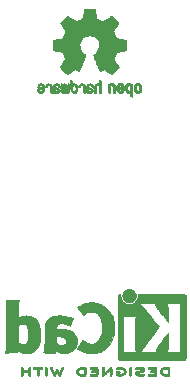
<source format=gbr>
%TF.GenerationSoftware,KiCad,Pcbnew,(5.1.7)-1*%
%TF.CreationDate,2020-11-07T09:06:04-05:00*%
%TF.ProjectId,Rec_Converter,5265635f-436f-46e7-9665-727465722e6b,v1*%
%TF.SameCoordinates,Original*%
%TF.FileFunction,Legend,Bot*%
%TF.FilePolarity,Positive*%
%FSLAX46Y46*%
G04 Gerber Fmt 4.6, Leading zero omitted, Abs format (unit mm)*
G04 Created by KiCad (PCBNEW (5.1.7)-1) date 2020-11-07 09:06:04*
%MOMM*%
%LPD*%
G01*
G04 APERTURE LIST*
%ADD10C,0.010000*%
G04 APERTURE END LIST*
D10*
%TO.C,REF\u002A\u002A*%
G36*
X157455743Y-118973689D02*
G01*
X157191220Y-118973725D01*
X157068088Y-118973730D01*
X155097189Y-118973730D01*
X155097189Y-119089910D01*
X155084789Y-119231291D01*
X155047364Y-119361684D01*
X154984577Y-119481862D01*
X154896094Y-119592602D01*
X154866157Y-119622511D01*
X154758466Y-119707348D01*
X154639725Y-119769221D01*
X154513460Y-119808159D01*
X154383197Y-119824190D01*
X154252465Y-119817342D01*
X154124788Y-119787643D01*
X154003695Y-119735120D01*
X153892712Y-119659803D01*
X153842868Y-119614363D01*
X153749983Y-119502952D01*
X153681873Y-119380435D01*
X153639129Y-119248215D01*
X153622347Y-119107692D01*
X153622124Y-119093867D01*
X153621244Y-118973734D01*
X153568443Y-118973732D01*
X153521604Y-118980089D01*
X153478817Y-118995556D01*
X153475989Y-118997154D01*
X153466325Y-119002168D01*
X153457451Y-119006073D01*
X153449335Y-119010007D01*
X153441943Y-119015106D01*
X153435245Y-119022508D01*
X153429208Y-119033351D01*
X153423801Y-119048772D01*
X153418990Y-119069909D01*
X153414745Y-119097899D01*
X153411032Y-119133879D01*
X153407821Y-119178987D01*
X153405078Y-119234360D01*
X153402772Y-119301137D01*
X153400871Y-119380453D01*
X153399342Y-119473447D01*
X153398154Y-119581257D01*
X153397274Y-119705019D01*
X153396670Y-119845871D01*
X153396311Y-120004950D01*
X153396165Y-120183395D01*
X153396198Y-120382342D01*
X153396380Y-120602929D01*
X153396677Y-120846293D01*
X153397059Y-121113572D01*
X153397492Y-121405903D01*
X153397945Y-121724424D01*
X153397998Y-121763230D01*
X153398404Y-122083782D01*
X153398749Y-122378012D01*
X153399069Y-122647056D01*
X153399400Y-122892052D01*
X153399779Y-123114137D01*
X153400243Y-123314447D01*
X153400828Y-123494119D01*
X153401570Y-123654290D01*
X153402506Y-123796098D01*
X153403673Y-123920679D01*
X153405107Y-124029170D01*
X153406844Y-124122707D01*
X153408922Y-124202429D01*
X153411376Y-124269472D01*
X153414244Y-124324973D01*
X153417561Y-124370068D01*
X153421364Y-124405895D01*
X153425690Y-124433591D01*
X153430575Y-124454293D01*
X153436055Y-124469137D01*
X153442168Y-124479260D01*
X153448950Y-124485800D01*
X153456437Y-124489893D01*
X153464666Y-124492676D01*
X153473673Y-124495287D01*
X153483495Y-124498862D01*
X153485894Y-124499950D01*
X153493435Y-124502396D01*
X153506056Y-124504642D01*
X153524859Y-124506698D01*
X153550947Y-124508572D01*
X153585422Y-124510271D01*
X153629385Y-124511803D01*
X153683939Y-124513177D01*
X153750185Y-124514400D01*
X153829226Y-124515481D01*
X153922163Y-124516427D01*
X154030099Y-124517247D01*
X154154136Y-124517947D01*
X154295376Y-124518538D01*
X154454921Y-124519025D01*
X154633872Y-124519419D01*
X154833332Y-124519725D01*
X155054404Y-124519953D01*
X155298188Y-124520110D01*
X155565787Y-124520205D01*
X155858303Y-124520245D01*
X156176839Y-124520238D01*
X156280021Y-124520228D01*
X156605623Y-124520176D01*
X156904881Y-124520091D01*
X157178909Y-124519963D01*
X157428824Y-124519785D01*
X157655740Y-124519548D01*
X157860773Y-124519242D01*
X158045038Y-124518860D01*
X158209650Y-124518392D01*
X158355725Y-124517830D01*
X158484376Y-124517165D01*
X158596721Y-124516388D01*
X158693874Y-124515491D01*
X158776950Y-124514465D01*
X158847064Y-124513301D01*
X158905332Y-124511991D01*
X158952869Y-124510525D01*
X158990790Y-124508896D01*
X159020210Y-124507093D01*
X159042245Y-124505110D01*
X159058010Y-124502936D01*
X159068620Y-124500563D01*
X159074404Y-124498391D01*
X159084684Y-124494056D01*
X159094122Y-124490859D01*
X159102755Y-124487665D01*
X159110619Y-124483338D01*
X159117748Y-124476744D01*
X159124179Y-124466747D01*
X159129947Y-124452212D01*
X159135089Y-124432003D01*
X159139640Y-124404985D01*
X159143635Y-124370023D01*
X159147111Y-124325981D01*
X159150102Y-124271724D01*
X159152646Y-124206117D01*
X159154777Y-124128024D01*
X159156532Y-124036310D01*
X159157945Y-123929840D01*
X159158315Y-123888973D01*
X158791884Y-123888973D01*
X157496734Y-123888973D01*
X157521655Y-123851217D01*
X157546447Y-123812417D01*
X157567440Y-123775469D01*
X157584935Y-123737788D01*
X157599230Y-123696788D01*
X157610623Y-123649883D01*
X157619413Y-123594487D01*
X157625898Y-123528016D01*
X157630377Y-123447883D01*
X157633150Y-123351502D01*
X157634513Y-123236289D01*
X157634767Y-123099657D01*
X157634209Y-122939020D01*
X157633893Y-122879382D01*
X157630325Y-122240041D01*
X157225298Y-122791449D01*
X157110554Y-122947876D01*
X157011143Y-123084088D01*
X156925990Y-123201890D01*
X156854022Y-123303084D01*
X156794166Y-123389477D01*
X156745348Y-123462874D01*
X156706495Y-123525077D01*
X156676534Y-123577893D01*
X156654391Y-123623125D01*
X156638993Y-123662578D01*
X156629266Y-123698058D01*
X156624137Y-123731368D01*
X156622532Y-123764313D01*
X156623379Y-123798697D01*
X156623595Y-123803019D01*
X156628054Y-123889031D01*
X155208692Y-123888973D01*
X155314265Y-123782522D01*
X155342913Y-123753406D01*
X155370090Y-123725076D01*
X155396989Y-123695968D01*
X155424803Y-123664520D01*
X155454725Y-123629169D01*
X155487946Y-123588354D01*
X155525661Y-123540511D01*
X155569060Y-123484079D01*
X155619338Y-123417494D01*
X155677688Y-123339195D01*
X155745300Y-123247619D01*
X155823369Y-123141204D01*
X155913088Y-123018387D01*
X156015648Y-122877605D01*
X156132242Y-122717297D01*
X156227809Y-122585798D01*
X156347749Y-122420596D01*
X156452380Y-122276152D01*
X156542648Y-122151094D01*
X156619503Y-122044052D01*
X156683891Y-121953654D01*
X156736761Y-121878529D01*
X156779060Y-121817304D01*
X156811736Y-121768610D01*
X156835738Y-121731074D01*
X156852013Y-121703325D01*
X156861508Y-121683992D01*
X156865173Y-121671703D01*
X156864071Y-121665242D01*
X156850724Y-121648048D01*
X156821866Y-121611655D01*
X156779240Y-121558224D01*
X156724585Y-121489919D01*
X156659644Y-121408903D01*
X156586158Y-121317340D01*
X156505868Y-121217392D01*
X156420515Y-121111224D01*
X156331840Y-121000997D01*
X156241586Y-120888876D01*
X156191944Y-120827244D01*
X154959373Y-120827244D01*
X154908146Y-120919919D01*
X154856919Y-121012595D01*
X154856919Y-123703622D01*
X154908146Y-123796298D01*
X154959373Y-123888973D01*
X154353396Y-123888973D01*
X154208734Y-123888931D01*
X154089244Y-123888741D01*
X153992642Y-123888308D01*
X153916642Y-123887536D01*
X153858957Y-123886330D01*
X153817301Y-123884594D01*
X153789389Y-123882232D01*
X153772935Y-123879150D01*
X153765652Y-123875251D01*
X153765255Y-123870440D01*
X153769458Y-123864622D01*
X153769501Y-123864574D01*
X153786813Y-123839532D01*
X153809736Y-123798815D01*
X153829981Y-123758168D01*
X153868379Y-123676162D01*
X153876211Y-120827244D01*
X154959373Y-120827244D01*
X156191944Y-120827244D01*
X156151493Y-120777024D01*
X156063302Y-120667604D01*
X155978754Y-120562778D01*
X155899592Y-120464711D01*
X155827556Y-120375566D01*
X155764387Y-120297505D01*
X155711827Y-120232692D01*
X155671617Y-120183290D01*
X155648000Y-120154487D01*
X155556290Y-120046778D01*
X155468060Y-119949580D01*
X155386403Y-119866076D01*
X155314410Y-119799448D01*
X155263319Y-119758599D01*
X155202907Y-119715135D01*
X156592298Y-119715135D01*
X156591908Y-119796666D01*
X156595791Y-119856606D01*
X156610390Y-119912177D01*
X156632988Y-119964855D01*
X156647678Y-119994615D01*
X156663472Y-120024103D01*
X156681814Y-120055276D01*
X156704145Y-120090093D01*
X156731909Y-120130510D01*
X156766549Y-120178486D01*
X156809507Y-120235978D01*
X156862227Y-120304943D01*
X156926151Y-120387339D01*
X157002721Y-120485124D01*
X157093381Y-120600255D01*
X157199574Y-120734690D01*
X157211568Y-120749859D01*
X157630325Y-121279412D01*
X157634378Y-120692922D01*
X157635195Y-120517251D01*
X157635021Y-120368532D01*
X157633849Y-120246275D01*
X157631669Y-120149989D01*
X157628474Y-120079183D01*
X157624256Y-120033369D01*
X157622838Y-120024679D01*
X157600591Y-119933135D01*
X157571443Y-119850608D01*
X157538182Y-119784253D01*
X157518200Y-119756110D01*
X157483722Y-119715135D01*
X158137914Y-119715135D01*
X158293969Y-119715269D01*
X158424467Y-119715703D01*
X158531310Y-119716489D01*
X158616398Y-119717676D01*
X158681635Y-119719317D01*
X158728921Y-119721461D01*
X158760157Y-119724159D01*
X158777246Y-119727462D01*
X158782088Y-119731421D01*
X158781753Y-119732298D01*
X158767885Y-119753231D01*
X158744732Y-119786412D01*
X158732754Y-119803193D01*
X158720369Y-119819940D01*
X158709237Y-119834915D01*
X158699288Y-119849594D01*
X158690451Y-119865449D01*
X158682657Y-119883955D01*
X158675835Y-119906585D01*
X158669916Y-119934813D01*
X158664829Y-119970113D01*
X158660504Y-120013958D01*
X158656871Y-120067822D01*
X158653860Y-120133180D01*
X158651401Y-120211504D01*
X158649423Y-120304268D01*
X158647858Y-120412947D01*
X158646634Y-120539013D01*
X158645681Y-120683942D01*
X158644930Y-120849206D01*
X158644311Y-121036279D01*
X158643752Y-121246635D01*
X158643185Y-121481748D01*
X158642655Y-121697741D01*
X158642155Y-121938535D01*
X158641895Y-122168274D01*
X158641868Y-122385493D01*
X158642067Y-122588722D01*
X158642486Y-122776496D01*
X158643118Y-122947345D01*
X158643956Y-123099803D01*
X158644992Y-123232403D01*
X158646220Y-123343676D01*
X158647633Y-123432156D01*
X158649225Y-123496375D01*
X158650987Y-123534865D01*
X158651321Y-123538933D01*
X158663466Y-123632248D01*
X158682427Y-123707190D01*
X158711302Y-123772594D01*
X158753190Y-123837293D01*
X158758429Y-123844352D01*
X158791884Y-123888973D01*
X159158315Y-123888973D01*
X159159054Y-123807479D01*
X159159893Y-123668090D01*
X159160498Y-123510539D01*
X159160905Y-123333691D01*
X159161150Y-123136410D01*
X159161267Y-122917560D01*
X159161295Y-122676007D01*
X159161267Y-122410615D01*
X159161220Y-122120249D01*
X159161190Y-121803773D01*
X159161189Y-121740946D01*
X159161172Y-121421137D01*
X159161112Y-121127661D01*
X159161002Y-120859390D01*
X159160833Y-120615198D01*
X159160597Y-120393957D01*
X159160284Y-120194540D01*
X159159885Y-120015820D01*
X159159393Y-119856671D01*
X159158797Y-119715966D01*
X159158090Y-119592576D01*
X159157263Y-119485376D01*
X159156307Y-119393238D01*
X159155213Y-119315035D01*
X159153973Y-119249641D01*
X159152578Y-119195928D01*
X159151018Y-119152769D01*
X159149286Y-119119037D01*
X159147372Y-119093605D01*
X159145268Y-119075347D01*
X159142966Y-119063134D01*
X159140455Y-119055841D01*
X159140363Y-119055659D01*
X159135192Y-119044518D01*
X159130885Y-119034431D01*
X159126121Y-119025346D01*
X159119578Y-119017212D01*
X159109935Y-119009976D01*
X159095871Y-119003586D01*
X159076063Y-118997989D01*
X159049191Y-118993133D01*
X159013933Y-118988966D01*
X158968968Y-118985436D01*
X158912974Y-118982491D01*
X158844629Y-118980077D01*
X158762614Y-118978144D01*
X158665605Y-118976638D01*
X158552282Y-118975508D01*
X158421323Y-118974702D01*
X158271407Y-118974166D01*
X158101213Y-118973849D01*
X157909418Y-118973699D01*
X157694702Y-118973663D01*
X157455743Y-118973689D01*
G37*
X157455743Y-118973689D02*
X157191220Y-118973725D01*
X157068088Y-118973730D01*
X155097189Y-118973730D01*
X155097189Y-119089910D01*
X155084789Y-119231291D01*
X155047364Y-119361684D01*
X154984577Y-119481862D01*
X154896094Y-119592602D01*
X154866157Y-119622511D01*
X154758466Y-119707348D01*
X154639725Y-119769221D01*
X154513460Y-119808159D01*
X154383197Y-119824190D01*
X154252465Y-119817342D01*
X154124788Y-119787643D01*
X154003695Y-119735120D01*
X153892712Y-119659803D01*
X153842868Y-119614363D01*
X153749983Y-119502952D01*
X153681873Y-119380435D01*
X153639129Y-119248215D01*
X153622347Y-119107692D01*
X153622124Y-119093867D01*
X153621244Y-118973734D01*
X153568443Y-118973732D01*
X153521604Y-118980089D01*
X153478817Y-118995556D01*
X153475989Y-118997154D01*
X153466325Y-119002168D01*
X153457451Y-119006073D01*
X153449335Y-119010007D01*
X153441943Y-119015106D01*
X153435245Y-119022508D01*
X153429208Y-119033351D01*
X153423801Y-119048772D01*
X153418990Y-119069909D01*
X153414745Y-119097899D01*
X153411032Y-119133879D01*
X153407821Y-119178987D01*
X153405078Y-119234360D01*
X153402772Y-119301137D01*
X153400871Y-119380453D01*
X153399342Y-119473447D01*
X153398154Y-119581257D01*
X153397274Y-119705019D01*
X153396670Y-119845871D01*
X153396311Y-120004950D01*
X153396165Y-120183395D01*
X153396198Y-120382342D01*
X153396380Y-120602929D01*
X153396677Y-120846293D01*
X153397059Y-121113572D01*
X153397492Y-121405903D01*
X153397945Y-121724424D01*
X153397998Y-121763230D01*
X153398404Y-122083782D01*
X153398749Y-122378012D01*
X153399069Y-122647056D01*
X153399400Y-122892052D01*
X153399779Y-123114137D01*
X153400243Y-123314447D01*
X153400828Y-123494119D01*
X153401570Y-123654290D01*
X153402506Y-123796098D01*
X153403673Y-123920679D01*
X153405107Y-124029170D01*
X153406844Y-124122707D01*
X153408922Y-124202429D01*
X153411376Y-124269472D01*
X153414244Y-124324973D01*
X153417561Y-124370068D01*
X153421364Y-124405895D01*
X153425690Y-124433591D01*
X153430575Y-124454293D01*
X153436055Y-124469137D01*
X153442168Y-124479260D01*
X153448950Y-124485800D01*
X153456437Y-124489893D01*
X153464666Y-124492676D01*
X153473673Y-124495287D01*
X153483495Y-124498862D01*
X153485894Y-124499950D01*
X153493435Y-124502396D01*
X153506056Y-124504642D01*
X153524859Y-124506698D01*
X153550947Y-124508572D01*
X153585422Y-124510271D01*
X153629385Y-124511803D01*
X153683939Y-124513177D01*
X153750185Y-124514400D01*
X153829226Y-124515481D01*
X153922163Y-124516427D01*
X154030099Y-124517247D01*
X154154136Y-124517947D01*
X154295376Y-124518538D01*
X154454921Y-124519025D01*
X154633872Y-124519419D01*
X154833332Y-124519725D01*
X155054404Y-124519953D01*
X155298188Y-124520110D01*
X155565787Y-124520205D01*
X155858303Y-124520245D01*
X156176839Y-124520238D01*
X156280021Y-124520228D01*
X156605623Y-124520176D01*
X156904881Y-124520091D01*
X157178909Y-124519963D01*
X157428824Y-124519785D01*
X157655740Y-124519548D01*
X157860773Y-124519242D01*
X158045038Y-124518860D01*
X158209650Y-124518392D01*
X158355725Y-124517830D01*
X158484376Y-124517165D01*
X158596721Y-124516388D01*
X158693874Y-124515491D01*
X158776950Y-124514465D01*
X158847064Y-124513301D01*
X158905332Y-124511991D01*
X158952869Y-124510525D01*
X158990790Y-124508896D01*
X159020210Y-124507093D01*
X159042245Y-124505110D01*
X159058010Y-124502936D01*
X159068620Y-124500563D01*
X159074404Y-124498391D01*
X159084684Y-124494056D01*
X159094122Y-124490859D01*
X159102755Y-124487665D01*
X159110619Y-124483338D01*
X159117748Y-124476744D01*
X159124179Y-124466747D01*
X159129947Y-124452212D01*
X159135089Y-124432003D01*
X159139640Y-124404985D01*
X159143635Y-124370023D01*
X159147111Y-124325981D01*
X159150102Y-124271724D01*
X159152646Y-124206117D01*
X159154777Y-124128024D01*
X159156532Y-124036310D01*
X159157945Y-123929840D01*
X159158315Y-123888973D01*
X158791884Y-123888973D01*
X157496734Y-123888973D01*
X157521655Y-123851217D01*
X157546447Y-123812417D01*
X157567440Y-123775469D01*
X157584935Y-123737788D01*
X157599230Y-123696788D01*
X157610623Y-123649883D01*
X157619413Y-123594487D01*
X157625898Y-123528016D01*
X157630377Y-123447883D01*
X157633150Y-123351502D01*
X157634513Y-123236289D01*
X157634767Y-123099657D01*
X157634209Y-122939020D01*
X157633893Y-122879382D01*
X157630325Y-122240041D01*
X157225298Y-122791449D01*
X157110554Y-122947876D01*
X157011143Y-123084088D01*
X156925990Y-123201890D01*
X156854022Y-123303084D01*
X156794166Y-123389477D01*
X156745348Y-123462874D01*
X156706495Y-123525077D01*
X156676534Y-123577893D01*
X156654391Y-123623125D01*
X156638993Y-123662578D01*
X156629266Y-123698058D01*
X156624137Y-123731368D01*
X156622532Y-123764313D01*
X156623379Y-123798697D01*
X156623595Y-123803019D01*
X156628054Y-123889031D01*
X155208692Y-123888973D01*
X155314265Y-123782522D01*
X155342913Y-123753406D01*
X155370090Y-123725076D01*
X155396989Y-123695968D01*
X155424803Y-123664520D01*
X155454725Y-123629169D01*
X155487946Y-123588354D01*
X155525661Y-123540511D01*
X155569060Y-123484079D01*
X155619338Y-123417494D01*
X155677688Y-123339195D01*
X155745300Y-123247619D01*
X155823369Y-123141204D01*
X155913088Y-123018387D01*
X156015648Y-122877605D01*
X156132242Y-122717297D01*
X156227809Y-122585798D01*
X156347749Y-122420596D01*
X156452380Y-122276152D01*
X156542648Y-122151094D01*
X156619503Y-122044052D01*
X156683891Y-121953654D01*
X156736761Y-121878529D01*
X156779060Y-121817304D01*
X156811736Y-121768610D01*
X156835738Y-121731074D01*
X156852013Y-121703325D01*
X156861508Y-121683992D01*
X156865173Y-121671703D01*
X156864071Y-121665242D01*
X156850724Y-121648048D01*
X156821866Y-121611655D01*
X156779240Y-121558224D01*
X156724585Y-121489919D01*
X156659644Y-121408903D01*
X156586158Y-121317340D01*
X156505868Y-121217392D01*
X156420515Y-121111224D01*
X156331840Y-121000997D01*
X156241586Y-120888876D01*
X156191944Y-120827244D01*
X154959373Y-120827244D01*
X154908146Y-120919919D01*
X154856919Y-121012595D01*
X154856919Y-123703622D01*
X154908146Y-123796298D01*
X154959373Y-123888973D01*
X154353396Y-123888973D01*
X154208734Y-123888931D01*
X154089244Y-123888741D01*
X153992642Y-123888308D01*
X153916642Y-123887536D01*
X153858957Y-123886330D01*
X153817301Y-123884594D01*
X153789389Y-123882232D01*
X153772935Y-123879150D01*
X153765652Y-123875251D01*
X153765255Y-123870440D01*
X153769458Y-123864622D01*
X153769501Y-123864574D01*
X153786813Y-123839532D01*
X153809736Y-123798815D01*
X153829981Y-123758168D01*
X153868379Y-123676162D01*
X153876211Y-120827244D01*
X154959373Y-120827244D01*
X156191944Y-120827244D01*
X156151493Y-120777024D01*
X156063302Y-120667604D01*
X155978754Y-120562778D01*
X155899592Y-120464711D01*
X155827556Y-120375566D01*
X155764387Y-120297505D01*
X155711827Y-120232692D01*
X155671617Y-120183290D01*
X155648000Y-120154487D01*
X155556290Y-120046778D01*
X155468060Y-119949580D01*
X155386403Y-119866076D01*
X155314410Y-119799448D01*
X155263319Y-119758599D01*
X155202907Y-119715135D01*
X156592298Y-119715135D01*
X156591908Y-119796666D01*
X156595791Y-119856606D01*
X156610390Y-119912177D01*
X156632988Y-119964855D01*
X156647678Y-119994615D01*
X156663472Y-120024103D01*
X156681814Y-120055276D01*
X156704145Y-120090093D01*
X156731909Y-120130510D01*
X156766549Y-120178486D01*
X156809507Y-120235978D01*
X156862227Y-120304943D01*
X156926151Y-120387339D01*
X157002721Y-120485124D01*
X157093381Y-120600255D01*
X157199574Y-120734690D01*
X157211568Y-120749859D01*
X157630325Y-121279412D01*
X157634378Y-120692922D01*
X157635195Y-120517251D01*
X157635021Y-120368532D01*
X157633849Y-120246275D01*
X157631669Y-120149989D01*
X157628474Y-120079183D01*
X157624256Y-120033369D01*
X157622838Y-120024679D01*
X157600591Y-119933135D01*
X157571443Y-119850608D01*
X157538182Y-119784253D01*
X157518200Y-119756110D01*
X157483722Y-119715135D01*
X158137914Y-119715135D01*
X158293969Y-119715269D01*
X158424467Y-119715703D01*
X158531310Y-119716489D01*
X158616398Y-119717676D01*
X158681635Y-119719317D01*
X158728921Y-119721461D01*
X158760157Y-119724159D01*
X158777246Y-119727462D01*
X158782088Y-119731421D01*
X158781753Y-119732298D01*
X158767885Y-119753231D01*
X158744732Y-119786412D01*
X158732754Y-119803193D01*
X158720369Y-119819940D01*
X158709237Y-119834915D01*
X158699288Y-119849594D01*
X158690451Y-119865449D01*
X158682657Y-119883955D01*
X158675835Y-119906585D01*
X158669916Y-119934813D01*
X158664829Y-119970113D01*
X158660504Y-120013958D01*
X158656871Y-120067822D01*
X158653860Y-120133180D01*
X158651401Y-120211504D01*
X158649423Y-120304268D01*
X158647858Y-120412947D01*
X158646634Y-120539013D01*
X158645681Y-120683942D01*
X158644930Y-120849206D01*
X158644311Y-121036279D01*
X158643752Y-121246635D01*
X158643185Y-121481748D01*
X158642655Y-121697741D01*
X158642155Y-121938535D01*
X158641895Y-122168274D01*
X158641868Y-122385493D01*
X158642067Y-122588722D01*
X158642486Y-122776496D01*
X158643118Y-122947345D01*
X158643956Y-123099803D01*
X158644992Y-123232403D01*
X158646220Y-123343676D01*
X158647633Y-123432156D01*
X158649225Y-123496375D01*
X158650987Y-123534865D01*
X158651321Y-123538933D01*
X158663466Y-123632248D01*
X158682427Y-123707190D01*
X158711302Y-123772594D01*
X158753190Y-123837293D01*
X158758429Y-123844352D01*
X158791884Y-123888973D01*
X159158315Y-123888973D01*
X159159054Y-123807479D01*
X159159893Y-123668090D01*
X159160498Y-123510539D01*
X159160905Y-123333691D01*
X159161150Y-123136410D01*
X159161267Y-122917560D01*
X159161295Y-122676007D01*
X159161267Y-122410615D01*
X159161220Y-122120249D01*
X159161190Y-121803773D01*
X159161189Y-121740946D01*
X159161172Y-121421137D01*
X159161112Y-121127661D01*
X159161002Y-120859390D01*
X159160833Y-120615198D01*
X159160597Y-120393957D01*
X159160284Y-120194540D01*
X159159885Y-120015820D01*
X159159393Y-119856671D01*
X159158797Y-119715966D01*
X159158090Y-119592576D01*
X159157263Y-119485376D01*
X159156307Y-119393238D01*
X159155213Y-119315035D01*
X159153973Y-119249641D01*
X159152578Y-119195928D01*
X159151018Y-119152769D01*
X159149286Y-119119037D01*
X159147372Y-119093605D01*
X159145268Y-119075347D01*
X159142966Y-119063134D01*
X159140455Y-119055841D01*
X159140363Y-119055659D01*
X159135192Y-119044518D01*
X159130885Y-119034431D01*
X159126121Y-119025346D01*
X159119578Y-119017212D01*
X159109935Y-119009976D01*
X159095871Y-119003586D01*
X159076063Y-118997989D01*
X159049191Y-118993133D01*
X159013933Y-118988966D01*
X158968968Y-118985436D01*
X158912974Y-118982491D01*
X158844629Y-118980077D01*
X158762614Y-118978144D01*
X158665605Y-118976638D01*
X158552282Y-118975508D01*
X158421323Y-118974702D01*
X158271407Y-118974166D01*
X158101213Y-118973849D01*
X157909418Y-118973699D01*
X157694702Y-118973663D01*
X157455743Y-118973689D01*
G36*
X151060038Y-119660499D02*
G01*
X150911986Y-119676707D01*
X150768548Y-119705718D01*
X150623890Y-119749045D01*
X150472176Y-119808201D01*
X150307572Y-119884700D01*
X150277929Y-119899517D01*
X150209902Y-119933031D01*
X150145744Y-119963208D01*
X150091785Y-119987166D01*
X150054360Y-120002024D01*
X150048611Y-120003895D01*
X149993514Y-120020402D01*
X150240149Y-120379201D01*
X150300448Y-120466893D01*
X150355578Y-120547012D01*
X150403664Y-120616836D01*
X150442832Y-120673647D01*
X150471206Y-120714723D01*
X150486913Y-120737346D01*
X150489464Y-120740928D01*
X150499829Y-120733438D01*
X150525340Y-120710918D01*
X150561437Y-120677461D01*
X150581358Y-120658550D01*
X150694227Y-120568778D01*
X150820986Y-120500561D01*
X150930217Y-120463195D01*
X150995786Y-120451460D01*
X151077884Y-120444308D01*
X151166856Y-120441874D01*
X151253044Y-120444288D01*
X151326795Y-120451683D01*
X151356224Y-120457347D01*
X151488867Y-120502982D01*
X151608394Y-120572663D01*
X151714717Y-120666260D01*
X151807747Y-120783649D01*
X151887395Y-120924700D01*
X151953574Y-121089286D01*
X152006194Y-121277280D01*
X152037467Y-121438217D01*
X152045626Y-121509263D01*
X152051185Y-121601046D01*
X152054198Y-121706968D01*
X152054719Y-121820434D01*
X152052800Y-121934849D01*
X152048497Y-122043617D01*
X152041863Y-122140143D01*
X152032951Y-122217831D01*
X152031021Y-122229817D01*
X151988501Y-122422892D01*
X151930567Y-122593773D01*
X151856867Y-122743224D01*
X151767049Y-122872011D01*
X151703293Y-122941639D01*
X151588714Y-123036173D01*
X151463058Y-123106246D01*
X151328443Y-123151477D01*
X151186989Y-123171484D01*
X151040817Y-123165885D01*
X150892045Y-123134300D01*
X150804089Y-123103394D01*
X150682371Y-123041506D01*
X150556920Y-122952729D01*
X150486647Y-122892694D01*
X150447189Y-122857947D01*
X150416188Y-122832454D01*
X150398542Y-122820170D01*
X150396352Y-122819795D01*
X150388476Y-122832347D01*
X150368068Y-122865516D01*
X150336868Y-122916458D01*
X150296614Y-122982331D01*
X150249043Y-123060289D01*
X150195896Y-123147490D01*
X150166313Y-123196067D01*
X149940352Y-123567215D01*
X150222473Y-123706639D01*
X150324478Y-123756719D01*
X150407111Y-123796210D01*
X150475422Y-123827073D01*
X150534463Y-123851268D01*
X150589286Y-123870758D01*
X150644940Y-123887503D01*
X150706477Y-123903465D01*
X150765460Y-123917482D01*
X150817885Y-123928329D01*
X150872712Y-123936526D01*
X150935428Y-123942528D01*
X151011523Y-123946790D01*
X151106484Y-123949767D01*
X151170487Y-123951052D01*
X151261808Y-123951930D01*
X151349373Y-123951487D01*
X151427388Y-123949852D01*
X151490058Y-123947149D01*
X151531587Y-123943505D01*
X151534048Y-123943142D01*
X151749697Y-123896487D01*
X151952207Y-123825729D01*
X152141505Y-123730914D01*
X152317521Y-123612089D01*
X152480184Y-123469300D01*
X152629422Y-123302594D01*
X152737504Y-123154433D01*
X152852566Y-122960502D01*
X152945577Y-122755699D01*
X153016987Y-122538383D01*
X153067244Y-122306912D01*
X153096799Y-122059643D01*
X153106111Y-121808559D01*
X153098452Y-121565670D01*
X153074387Y-121341570D01*
X153033148Y-121132477D01*
X152973973Y-120934613D01*
X152896096Y-120744196D01*
X152886797Y-120724468D01*
X152784352Y-120540059D01*
X152658528Y-120364576D01*
X152512888Y-120201650D01*
X152350999Y-120054914D01*
X152176424Y-119928001D01*
X152013756Y-119834905D01*
X151849427Y-119761991D01*
X151684749Y-119709174D01*
X151513348Y-119675015D01*
X151328847Y-119658078D01*
X151218541Y-119655580D01*
X151060038Y-119660499D01*
G37*
X151060038Y-119660499D02*
X150911986Y-119676707D01*
X150768548Y-119705718D01*
X150623890Y-119749045D01*
X150472176Y-119808201D01*
X150307572Y-119884700D01*
X150277929Y-119899517D01*
X150209902Y-119933031D01*
X150145744Y-119963208D01*
X150091785Y-119987166D01*
X150054360Y-120002024D01*
X150048611Y-120003895D01*
X149993514Y-120020402D01*
X150240149Y-120379201D01*
X150300448Y-120466893D01*
X150355578Y-120547012D01*
X150403664Y-120616836D01*
X150442832Y-120673647D01*
X150471206Y-120714723D01*
X150486913Y-120737346D01*
X150489464Y-120740928D01*
X150499829Y-120733438D01*
X150525340Y-120710918D01*
X150561437Y-120677461D01*
X150581358Y-120658550D01*
X150694227Y-120568778D01*
X150820986Y-120500561D01*
X150930217Y-120463195D01*
X150995786Y-120451460D01*
X151077884Y-120444308D01*
X151166856Y-120441874D01*
X151253044Y-120444288D01*
X151326795Y-120451683D01*
X151356224Y-120457347D01*
X151488867Y-120502982D01*
X151608394Y-120572663D01*
X151714717Y-120666260D01*
X151807747Y-120783649D01*
X151887395Y-120924700D01*
X151953574Y-121089286D01*
X152006194Y-121277280D01*
X152037467Y-121438217D01*
X152045626Y-121509263D01*
X152051185Y-121601046D01*
X152054198Y-121706968D01*
X152054719Y-121820434D01*
X152052800Y-121934849D01*
X152048497Y-122043617D01*
X152041863Y-122140143D01*
X152032951Y-122217831D01*
X152031021Y-122229817D01*
X151988501Y-122422892D01*
X151930567Y-122593773D01*
X151856867Y-122743224D01*
X151767049Y-122872011D01*
X151703293Y-122941639D01*
X151588714Y-123036173D01*
X151463058Y-123106246D01*
X151328443Y-123151477D01*
X151186989Y-123171484D01*
X151040817Y-123165885D01*
X150892045Y-123134300D01*
X150804089Y-123103394D01*
X150682371Y-123041506D01*
X150556920Y-122952729D01*
X150486647Y-122892694D01*
X150447189Y-122857947D01*
X150416188Y-122832454D01*
X150398542Y-122820170D01*
X150396352Y-122819795D01*
X150388476Y-122832347D01*
X150368068Y-122865516D01*
X150336868Y-122916458D01*
X150296614Y-122982331D01*
X150249043Y-123060289D01*
X150195896Y-123147490D01*
X150166313Y-123196067D01*
X149940352Y-123567215D01*
X150222473Y-123706639D01*
X150324478Y-123756719D01*
X150407111Y-123796210D01*
X150475422Y-123827073D01*
X150534463Y-123851268D01*
X150589286Y-123870758D01*
X150644940Y-123887503D01*
X150706477Y-123903465D01*
X150765460Y-123917482D01*
X150817885Y-123928329D01*
X150872712Y-123936526D01*
X150935428Y-123942528D01*
X151011523Y-123946790D01*
X151106484Y-123949767D01*
X151170487Y-123951052D01*
X151261808Y-123951930D01*
X151349373Y-123951487D01*
X151427388Y-123949852D01*
X151490058Y-123947149D01*
X151531587Y-123943505D01*
X151534048Y-123943142D01*
X151749697Y-123896487D01*
X151952207Y-123825729D01*
X152141505Y-123730914D01*
X152317521Y-123612089D01*
X152480184Y-123469300D01*
X152629422Y-123302594D01*
X152737504Y-123154433D01*
X152852566Y-122960502D01*
X152945577Y-122755699D01*
X153016987Y-122538383D01*
X153067244Y-122306912D01*
X153096799Y-122059643D01*
X153106111Y-121808559D01*
X153098452Y-121565670D01*
X153074387Y-121341570D01*
X153033148Y-121132477D01*
X152973973Y-120934613D01*
X152896096Y-120744196D01*
X152886797Y-120724468D01*
X152784352Y-120540059D01*
X152658528Y-120364576D01*
X152512888Y-120201650D01*
X152350999Y-120054914D01*
X152176424Y-119928001D01*
X152013756Y-119834905D01*
X151849427Y-119761991D01*
X151684749Y-119709174D01*
X151513348Y-119675015D01*
X151328847Y-119658078D01*
X151218541Y-119655580D01*
X151060038Y-119660499D01*
G36*
X148332495Y-120764229D02*
G01*
X148264469Y-120769378D01*
X148069837Y-120795273D01*
X147897471Y-120836575D01*
X147746530Y-120893853D01*
X147616175Y-120967674D01*
X147505566Y-121058608D01*
X147413865Y-121167222D01*
X147340230Y-121294085D01*
X147286461Y-121431352D01*
X147272813Y-121475137D01*
X147260927Y-121516141D01*
X147250666Y-121556569D01*
X147241887Y-121598630D01*
X147234452Y-121644531D01*
X147228220Y-121696480D01*
X147223050Y-121756685D01*
X147218804Y-121827352D01*
X147215340Y-121910689D01*
X147212519Y-122008905D01*
X147210200Y-122124205D01*
X147208243Y-122258799D01*
X147206509Y-122414893D01*
X147204857Y-122594695D01*
X147203676Y-122735676D01*
X147195730Y-123703622D01*
X147144244Y-123796770D01*
X147119863Y-123841645D01*
X147101720Y-123876501D01*
X147093065Y-123895054D01*
X147092757Y-123896311D01*
X147105986Y-123897749D01*
X147143674Y-123899074D01*
X147202817Y-123900249D01*
X147280414Y-123901237D01*
X147373464Y-123901999D01*
X147478965Y-123902500D01*
X147593916Y-123902701D01*
X147607622Y-123902703D01*
X148122487Y-123902703D01*
X148122487Y-123786000D01*
X148123365Y-123733260D01*
X148125708Y-123692926D01*
X148129079Y-123671300D01*
X148130569Y-123669298D01*
X148144196Y-123677683D01*
X148172243Y-123699692D01*
X148208697Y-123730601D01*
X148209515Y-123731316D01*
X148276038Y-123780843D01*
X148360052Y-123830575D01*
X148452063Y-123875626D01*
X148542579Y-123911110D01*
X148582433Y-123923236D01*
X148661745Y-123938637D01*
X148759065Y-123948465D01*
X148865484Y-123952580D01*
X148972093Y-123950841D01*
X149069983Y-123943108D01*
X149138487Y-123931981D01*
X149306480Y-123882648D01*
X149457719Y-123812342D01*
X149591218Y-123721933D01*
X149705994Y-123612295D01*
X149801063Y-123484299D01*
X149875440Y-123338818D01*
X149907526Y-123250541D01*
X149927635Y-123164739D01*
X149940962Y-123061736D01*
X149947128Y-122951034D01*
X149946926Y-122934925D01*
X149018352Y-122934925D01*
X149010652Y-123017184D01*
X148985011Y-123085546D01*
X148937622Y-123148970D01*
X148919421Y-123167567D01*
X148854718Y-123217846D01*
X148779934Y-123250056D01*
X148690338Y-123265648D01*
X148595988Y-123266796D01*
X148506499Y-123259216D01*
X148437982Y-123244389D01*
X148408225Y-123233253D01*
X148354592Y-123202904D01*
X148297765Y-123160221D01*
X148245918Y-123112317D01*
X148207222Y-123066301D01*
X148196946Y-123049421D01*
X148188958Y-123025782D01*
X148183279Y-122988168D01*
X148179644Y-122932985D01*
X148177789Y-122856640D01*
X148177406Y-122783981D01*
X148177665Y-122699270D01*
X148178713Y-122638018D01*
X148180955Y-122596227D01*
X148184794Y-122569899D01*
X148190635Y-122555035D01*
X148198882Y-122547639D01*
X148201433Y-122546461D01*
X148223600Y-122542833D01*
X148267320Y-122539866D01*
X148326689Y-122537827D01*
X148395804Y-122536983D01*
X148410811Y-122536982D01*
X148503195Y-122538457D01*
X148574568Y-122542842D01*
X148631281Y-122550738D01*
X148678128Y-122562270D01*
X148794331Y-122606215D01*
X148885457Y-122660243D01*
X148952295Y-122725219D01*
X148995635Y-122802005D01*
X149016266Y-122891467D01*
X149018352Y-122934925D01*
X149946926Y-122934925D01*
X149945756Y-122842133D01*
X149936468Y-122744536D01*
X149929223Y-122705105D01*
X149882961Y-122558701D01*
X149812616Y-122423995D01*
X149719516Y-122302280D01*
X149604988Y-122194847D01*
X149470360Y-122102988D01*
X149316960Y-122027996D01*
X149186541Y-121982458D01*
X149099377Y-121958533D01*
X149016004Y-121939943D01*
X148931024Y-121926084D01*
X148839035Y-121916351D01*
X148734638Y-121910141D01*
X148612432Y-121906851D01*
X148501945Y-121905924D01*
X148174323Y-121905027D01*
X148180599Y-121806547D01*
X148198421Y-121699695D01*
X148236333Y-121607852D01*
X148292720Y-121533310D01*
X148365969Y-121478364D01*
X148430465Y-121451552D01*
X148522877Y-121434654D01*
X148632889Y-121432227D01*
X148755344Y-121443378D01*
X148885086Y-121467210D01*
X149016958Y-121502830D01*
X149145802Y-121549343D01*
X149239434Y-121591883D01*
X149284483Y-121613728D01*
X149318844Y-121628984D01*
X149336319Y-121634937D01*
X149337267Y-121634746D01*
X149343297Y-121621412D01*
X149358355Y-121586068D01*
X149381023Y-121532101D01*
X149409885Y-121462896D01*
X149443523Y-121381840D01*
X149477716Y-121299118D01*
X149614414Y-120967803D01*
X149517180Y-120951833D01*
X149475036Y-120943820D01*
X149411681Y-120930361D01*
X149332543Y-120912679D01*
X149243049Y-120891996D01*
X149148627Y-120869532D01*
X149111027Y-120860403D01*
X148948363Y-120822674D01*
X148805950Y-120794388D01*
X148678473Y-120774972D01*
X148560616Y-120763854D01*
X148447062Y-120760464D01*
X148332495Y-120764229D01*
G37*
X148332495Y-120764229D02*
X148264469Y-120769378D01*
X148069837Y-120795273D01*
X147897471Y-120836575D01*
X147746530Y-120893853D01*
X147616175Y-120967674D01*
X147505566Y-121058608D01*
X147413865Y-121167222D01*
X147340230Y-121294085D01*
X147286461Y-121431352D01*
X147272813Y-121475137D01*
X147260927Y-121516141D01*
X147250666Y-121556569D01*
X147241887Y-121598630D01*
X147234452Y-121644531D01*
X147228220Y-121696480D01*
X147223050Y-121756685D01*
X147218804Y-121827352D01*
X147215340Y-121910689D01*
X147212519Y-122008905D01*
X147210200Y-122124205D01*
X147208243Y-122258799D01*
X147206509Y-122414893D01*
X147204857Y-122594695D01*
X147203676Y-122735676D01*
X147195730Y-123703622D01*
X147144244Y-123796770D01*
X147119863Y-123841645D01*
X147101720Y-123876501D01*
X147093065Y-123895054D01*
X147092757Y-123896311D01*
X147105986Y-123897749D01*
X147143674Y-123899074D01*
X147202817Y-123900249D01*
X147280414Y-123901237D01*
X147373464Y-123901999D01*
X147478965Y-123902500D01*
X147593916Y-123902701D01*
X147607622Y-123902703D01*
X148122487Y-123902703D01*
X148122487Y-123786000D01*
X148123365Y-123733260D01*
X148125708Y-123692926D01*
X148129079Y-123671300D01*
X148130569Y-123669298D01*
X148144196Y-123677683D01*
X148172243Y-123699692D01*
X148208697Y-123730601D01*
X148209515Y-123731316D01*
X148276038Y-123780843D01*
X148360052Y-123830575D01*
X148452063Y-123875626D01*
X148542579Y-123911110D01*
X148582433Y-123923236D01*
X148661745Y-123938637D01*
X148759065Y-123948465D01*
X148865484Y-123952580D01*
X148972093Y-123950841D01*
X149069983Y-123943108D01*
X149138487Y-123931981D01*
X149306480Y-123882648D01*
X149457719Y-123812342D01*
X149591218Y-123721933D01*
X149705994Y-123612295D01*
X149801063Y-123484299D01*
X149875440Y-123338818D01*
X149907526Y-123250541D01*
X149927635Y-123164739D01*
X149940962Y-123061736D01*
X149947128Y-122951034D01*
X149946926Y-122934925D01*
X149018352Y-122934925D01*
X149010652Y-123017184D01*
X148985011Y-123085546D01*
X148937622Y-123148970D01*
X148919421Y-123167567D01*
X148854718Y-123217846D01*
X148779934Y-123250056D01*
X148690338Y-123265648D01*
X148595988Y-123266796D01*
X148506499Y-123259216D01*
X148437982Y-123244389D01*
X148408225Y-123233253D01*
X148354592Y-123202904D01*
X148297765Y-123160221D01*
X148245918Y-123112317D01*
X148207222Y-123066301D01*
X148196946Y-123049421D01*
X148188958Y-123025782D01*
X148183279Y-122988168D01*
X148179644Y-122932985D01*
X148177789Y-122856640D01*
X148177406Y-122783981D01*
X148177665Y-122699270D01*
X148178713Y-122638018D01*
X148180955Y-122596227D01*
X148184794Y-122569899D01*
X148190635Y-122555035D01*
X148198882Y-122547639D01*
X148201433Y-122546461D01*
X148223600Y-122542833D01*
X148267320Y-122539866D01*
X148326689Y-122537827D01*
X148395804Y-122536983D01*
X148410811Y-122536982D01*
X148503195Y-122538457D01*
X148574568Y-122542842D01*
X148631281Y-122550738D01*
X148678128Y-122562270D01*
X148794331Y-122606215D01*
X148885457Y-122660243D01*
X148952295Y-122725219D01*
X148995635Y-122802005D01*
X149016266Y-122891467D01*
X149018352Y-122934925D01*
X149946926Y-122934925D01*
X149945756Y-122842133D01*
X149936468Y-122744536D01*
X149929223Y-122705105D01*
X149882961Y-122558701D01*
X149812616Y-122423995D01*
X149719516Y-122302280D01*
X149604988Y-122194847D01*
X149470360Y-122102988D01*
X149316960Y-122027996D01*
X149186541Y-121982458D01*
X149099377Y-121958533D01*
X149016004Y-121939943D01*
X148931024Y-121926084D01*
X148839035Y-121916351D01*
X148734638Y-121910141D01*
X148612432Y-121906851D01*
X148501945Y-121905924D01*
X148174323Y-121905027D01*
X148180599Y-121806547D01*
X148198421Y-121699695D01*
X148236333Y-121607852D01*
X148292720Y-121533310D01*
X148365969Y-121478364D01*
X148430465Y-121451552D01*
X148522877Y-121434654D01*
X148632889Y-121432227D01*
X148755344Y-121443378D01*
X148885086Y-121467210D01*
X149016958Y-121502830D01*
X149145802Y-121549343D01*
X149239434Y-121591883D01*
X149284483Y-121613728D01*
X149318844Y-121628984D01*
X149336319Y-121634937D01*
X149337267Y-121634746D01*
X149343297Y-121621412D01*
X149358355Y-121586068D01*
X149381023Y-121532101D01*
X149409885Y-121462896D01*
X149443523Y-121381840D01*
X149477716Y-121299118D01*
X149614414Y-120967803D01*
X149517180Y-120951833D01*
X149475036Y-120943820D01*
X149411681Y-120930361D01*
X149332543Y-120912679D01*
X149243049Y-120891996D01*
X149148627Y-120869532D01*
X149111027Y-120860403D01*
X148948363Y-120822674D01*
X148805950Y-120794388D01*
X148678473Y-120774972D01*
X148560616Y-120763854D01*
X148447062Y-120760464D01*
X148332495Y-120764229D01*
G36*
X144657730Y-119456825D02*
G01*
X144540959Y-119457304D01*
X144501271Y-119457545D01*
X143955514Y-119461135D01*
X143948649Y-121554919D01*
X143947742Y-121838842D01*
X143946938Y-122096640D01*
X143946185Y-122329646D01*
X143945431Y-122539194D01*
X143944625Y-122726618D01*
X143943715Y-122893250D01*
X143942649Y-123040425D01*
X143941376Y-123169477D01*
X143939844Y-123281739D01*
X143938002Y-123378544D01*
X143935797Y-123461226D01*
X143933178Y-123531119D01*
X143930094Y-123589557D01*
X143926492Y-123637872D01*
X143922322Y-123677400D01*
X143917531Y-123709473D01*
X143912069Y-123735424D01*
X143905882Y-123756589D01*
X143898920Y-123774299D01*
X143891131Y-123789889D01*
X143882463Y-123804693D01*
X143872865Y-123820044D01*
X143862285Y-123837276D01*
X143860116Y-123840946D01*
X143823732Y-123903031D01*
X144349569Y-123899434D01*
X144875406Y-123895838D01*
X144882271Y-123780331D01*
X144886008Y-123724899D01*
X144889903Y-123692851D01*
X144895189Y-123680135D01*
X144903097Y-123682696D01*
X144909730Y-123690024D01*
X144938626Y-123716714D01*
X144985721Y-123751021D01*
X145044380Y-123788846D01*
X145107969Y-123826090D01*
X145169851Y-123858653D01*
X145217366Y-123880077D01*
X145328684Y-123915283D01*
X145456404Y-123940222D01*
X145591099Y-123953941D01*
X145723337Y-123955486D01*
X145843692Y-123943906D01*
X145845674Y-123943574D01*
X146010359Y-123902250D01*
X146164521Y-123836412D01*
X146306672Y-123747474D01*
X146435325Y-123636852D01*
X146548993Y-123505961D01*
X146646190Y-123356216D01*
X146725428Y-123189033D01*
X146768570Y-123065190D01*
X146797021Y-122961581D01*
X146818120Y-122861252D01*
X146832512Y-122758109D01*
X146840842Y-122646057D01*
X146843755Y-122519001D01*
X146842465Y-122415252D01*
X145829350Y-122415252D01*
X145824556Y-122589222D01*
X145809432Y-122738895D01*
X145783515Y-122865597D01*
X145746337Y-122970658D01*
X145697435Y-123055406D01*
X145636342Y-123121169D01*
X145565823Y-123167659D01*
X145529129Y-123185014D01*
X145497304Y-123195419D01*
X145461823Y-123200179D01*
X145414159Y-123200601D01*
X145362811Y-123198748D01*
X145261831Y-123189841D01*
X145181965Y-123172398D01*
X145156865Y-123163661D01*
X145099552Y-123137857D01*
X145039103Y-123105453D01*
X145012703Y-123089233D01*
X144944054Y-123044205D01*
X144944054Y-121616982D01*
X145019568Y-121571718D01*
X145124879Y-121520572D01*
X145232475Y-121490324D01*
X145338419Y-121480795D01*
X145438776Y-121491807D01*
X145529613Y-121523181D01*
X145606993Y-121574740D01*
X145631961Y-121599488D01*
X145692144Y-121680577D01*
X145740855Y-121778734D01*
X145778501Y-121895643D01*
X145805488Y-122032985D01*
X145822225Y-122192444D01*
X145829117Y-122375700D01*
X145829350Y-122415252D01*
X146842465Y-122415252D01*
X146841927Y-122372067D01*
X146830353Y-122146053D01*
X146807080Y-121942192D01*
X146771496Y-121757513D01*
X146722987Y-121589048D01*
X146660940Y-121433826D01*
X146638799Y-121387808D01*
X146549615Y-121237739D01*
X146441841Y-121104377D01*
X146318010Y-120989877D01*
X146180658Y-120896389D01*
X146032317Y-120826068D01*
X145943396Y-120797060D01*
X145856067Y-120779840D01*
X145750989Y-120769594D01*
X145636971Y-120766318D01*
X145522823Y-120770009D01*
X145417352Y-120780660D01*
X145332666Y-120797370D01*
X145231872Y-120830140D01*
X145134178Y-120872279D01*
X145048704Y-120919519D01*
X145003211Y-120951581D01*
X144971831Y-120975422D01*
X144949858Y-120989939D01*
X144944859Y-120992000D01*
X144943310Y-120978718D01*
X144941865Y-120940663D01*
X144940557Y-120880519D01*
X144939417Y-120800973D01*
X144938479Y-120704711D01*
X144937774Y-120594419D01*
X144937333Y-120472781D01*
X144937189Y-120348885D01*
X144937270Y-120190196D01*
X144937665Y-120056408D01*
X144938605Y-119944960D01*
X144940320Y-119853295D01*
X144943043Y-119778853D01*
X144947003Y-119719075D01*
X144952431Y-119671402D01*
X144959559Y-119633274D01*
X144968616Y-119602134D01*
X144979833Y-119575421D01*
X144993442Y-119550577D01*
X145009672Y-119525043D01*
X145011760Y-119521881D01*
X145032694Y-119488810D01*
X145045333Y-119466069D01*
X145047027Y-119461272D01*
X145033784Y-119459759D01*
X144995998Y-119458528D01*
X144936584Y-119457599D01*
X144858458Y-119456992D01*
X144764535Y-119456727D01*
X144657730Y-119456825D01*
G37*
X144657730Y-119456825D02*
X144540959Y-119457304D01*
X144501271Y-119457545D01*
X143955514Y-119461135D01*
X143948649Y-121554919D01*
X143947742Y-121838842D01*
X143946938Y-122096640D01*
X143946185Y-122329646D01*
X143945431Y-122539194D01*
X143944625Y-122726618D01*
X143943715Y-122893250D01*
X143942649Y-123040425D01*
X143941376Y-123169477D01*
X143939844Y-123281739D01*
X143938002Y-123378544D01*
X143935797Y-123461226D01*
X143933178Y-123531119D01*
X143930094Y-123589557D01*
X143926492Y-123637872D01*
X143922322Y-123677400D01*
X143917531Y-123709473D01*
X143912069Y-123735424D01*
X143905882Y-123756589D01*
X143898920Y-123774299D01*
X143891131Y-123789889D01*
X143882463Y-123804693D01*
X143872865Y-123820044D01*
X143862285Y-123837276D01*
X143860116Y-123840946D01*
X143823732Y-123903031D01*
X144349569Y-123899434D01*
X144875406Y-123895838D01*
X144882271Y-123780331D01*
X144886008Y-123724899D01*
X144889903Y-123692851D01*
X144895189Y-123680135D01*
X144903097Y-123682696D01*
X144909730Y-123690024D01*
X144938626Y-123716714D01*
X144985721Y-123751021D01*
X145044380Y-123788846D01*
X145107969Y-123826090D01*
X145169851Y-123858653D01*
X145217366Y-123880077D01*
X145328684Y-123915283D01*
X145456404Y-123940222D01*
X145591099Y-123953941D01*
X145723337Y-123955486D01*
X145843692Y-123943906D01*
X145845674Y-123943574D01*
X146010359Y-123902250D01*
X146164521Y-123836412D01*
X146306672Y-123747474D01*
X146435325Y-123636852D01*
X146548993Y-123505961D01*
X146646190Y-123356216D01*
X146725428Y-123189033D01*
X146768570Y-123065190D01*
X146797021Y-122961581D01*
X146818120Y-122861252D01*
X146832512Y-122758109D01*
X146840842Y-122646057D01*
X146843755Y-122519001D01*
X146842465Y-122415252D01*
X145829350Y-122415252D01*
X145824556Y-122589222D01*
X145809432Y-122738895D01*
X145783515Y-122865597D01*
X145746337Y-122970658D01*
X145697435Y-123055406D01*
X145636342Y-123121169D01*
X145565823Y-123167659D01*
X145529129Y-123185014D01*
X145497304Y-123195419D01*
X145461823Y-123200179D01*
X145414159Y-123200601D01*
X145362811Y-123198748D01*
X145261831Y-123189841D01*
X145181965Y-123172398D01*
X145156865Y-123163661D01*
X145099552Y-123137857D01*
X145039103Y-123105453D01*
X145012703Y-123089233D01*
X144944054Y-123044205D01*
X144944054Y-121616982D01*
X145019568Y-121571718D01*
X145124879Y-121520572D01*
X145232475Y-121490324D01*
X145338419Y-121480795D01*
X145438776Y-121491807D01*
X145529613Y-121523181D01*
X145606993Y-121574740D01*
X145631961Y-121599488D01*
X145692144Y-121680577D01*
X145740855Y-121778734D01*
X145778501Y-121895643D01*
X145805488Y-122032985D01*
X145822225Y-122192444D01*
X145829117Y-122375700D01*
X145829350Y-122415252D01*
X146842465Y-122415252D01*
X146841927Y-122372067D01*
X146830353Y-122146053D01*
X146807080Y-121942192D01*
X146771496Y-121757513D01*
X146722987Y-121589048D01*
X146660940Y-121433826D01*
X146638799Y-121387808D01*
X146549615Y-121237739D01*
X146441841Y-121104377D01*
X146318010Y-120989877D01*
X146180658Y-120896389D01*
X146032317Y-120826068D01*
X145943396Y-120797060D01*
X145856067Y-120779840D01*
X145750989Y-120769594D01*
X145636971Y-120766318D01*
X145522823Y-120770009D01*
X145417352Y-120780660D01*
X145332666Y-120797370D01*
X145231872Y-120830140D01*
X145134178Y-120872279D01*
X145048704Y-120919519D01*
X145003211Y-120951581D01*
X144971831Y-120975422D01*
X144949858Y-120989939D01*
X144944859Y-120992000D01*
X144943310Y-120978718D01*
X144941865Y-120940663D01*
X144940557Y-120880519D01*
X144939417Y-120800973D01*
X144938479Y-120704711D01*
X144937774Y-120594419D01*
X144937333Y-120472781D01*
X144937189Y-120348885D01*
X144937270Y-120190196D01*
X144937665Y-120056408D01*
X144938605Y-119944960D01*
X144940320Y-119853295D01*
X144943043Y-119778853D01*
X144947003Y-119719075D01*
X144952431Y-119671402D01*
X144959559Y-119633274D01*
X144968616Y-119602134D01*
X144979833Y-119575421D01*
X144993442Y-119550577D01*
X145009672Y-119525043D01*
X145011760Y-119521881D01*
X145032694Y-119488810D01*
X145045333Y-119466069D01*
X145047027Y-119461272D01*
X145033784Y-119459759D01*
X144995998Y-119458528D01*
X144936584Y-119457599D01*
X144858458Y-119456992D01*
X144764535Y-119456727D01*
X144657730Y-119456825D01*
G36*
X154226079Y-118536490D02*
G01*
X154122973Y-118572238D01*
X154026978Y-118628507D01*
X153941247Y-118705288D01*
X153868930Y-118802573D01*
X153836445Y-118863892D01*
X153808332Y-118949660D01*
X153794705Y-119048677D01*
X153796214Y-119150471D01*
X153812969Y-119242714D01*
X153858763Y-119355432D01*
X153925168Y-119453207D01*
X154008809Y-119534115D01*
X154106312Y-119596232D01*
X154214300Y-119637634D01*
X154329399Y-119656397D01*
X154448234Y-119650598D01*
X154506811Y-119638206D01*
X154620972Y-119593797D01*
X154722365Y-119526033D01*
X154808545Y-119437001D01*
X154877066Y-119328791D01*
X154882864Y-119316973D01*
X154902904Y-119272628D01*
X154915487Y-119235280D01*
X154922319Y-119195880D01*
X154925105Y-119145381D01*
X154925568Y-119090433D01*
X154924803Y-119024415D01*
X154921352Y-118976689D01*
X154913477Y-118938103D01*
X154899443Y-118899506D01*
X154882120Y-118861426D01*
X154817505Y-118753328D01*
X154737934Y-118665803D01*
X154646560Y-118598841D01*
X154546536Y-118552436D01*
X154441012Y-118526581D01*
X154333142Y-118521268D01*
X154226079Y-118536490D01*
G37*
X154226079Y-118536490D02*
X154122973Y-118572238D01*
X154026978Y-118628507D01*
X153941247Y-118705288D01*
X153868930Y-118802573D01*
X153836445Y-118863892D01*
X153808332Y-118949660D01*
X153794705Y-119048677D01*
X153796214Y-119150471D01*
X153812969Y-119242714D01*
X153858763Y-119355432D01*
X153925168Y-119453207D01*
X154008809Y-119534115D01*
X154106312Y-119596232D01*
X154214300Y-119637634D01*
X154329399Y-119656397D01*
X154448234Y-119650598D01*
X154506811Y-119638206D01*
X154620972Y-119593797D01*
X154722365Y-119526033D01*
X154808545Y-119437001D01*
X154877066Y-119328791D01*
X154882864Y-119316973D01*
X154902904Y-119272628D01*
X154915487Y-119235280D01*
X154922319Y-119195880D01*
X154925105Y-119145381D01*
X154925568Y-119090433D01*
X154924803Y-119024415D01*
X154921352Y-118976689D01*
X154913477Y-118938103D01*
X154899443Y-118899506D01*
X154882120Y-118861426D01*
X154817505Y-118753328D01*
X154737934Y-118665803D01*
X154646560Y-118598841D01*
X154546536Y-118552436D01*
X154441012Y-118526581D01*
X154333142Y-118521268D01*
X154226079Y-118536490D01*
G36*
X145259469Y-125140725D02*
G01*
X145228090Y-125162968D01*
X145200381Y-125190677D01*
X145200381Y-125500112D01*
X145200454Y-125591991D01*
X145200797Y-125664032D01*
X145201600Y-125718972D01*
X145203051Y-125759552D01*
X145205340Y-125788509D01*
X145208656Y-125808583D01*
X145213187Y-125822513D01*
X145219123Y-125833037D01*
X145223778Y-125839292D01*
X145254509Y-125863865D01*
X145289796Y-125866533D01*
X145322047Y-125851463D01*
X145332704Y-125842566D01*
X145339828Y-125830749D01*
X145344125Y-125811718D01*
X145346301Y-125781184D01*
X145347064Y-125734854D01*
X145347137Y-125699063D01*
X145347137Y-125564237D01*
X145843848Y-125564237D01*
X145843848Y-125686892D01*
X145844361Y-125742979D01*
X145846416Y-125781525D01*
X145850784Y-125807553D01*
X145858236Y-125826089D01*
X145867245Y-125839292D01*
X145898148Y-125863796D01*
X145933096Y-125866698D01*
X145966554Y-125849281D01*
X145975688Y-125840151D01*
X145982140Y-125828047D01*
X145986395Y-125809193D01*
X145988940Y-125779812D01*
X145990263Y-125736129D01*
X145990849Y-125674367D01*
X145990917Y-125660192D01*
X145991401Y-125543823D01*
X145991651Y-125447919D01*
X145991569Y-125370369D01*
X145991061Y-125309061D01*
X145990030Y-125261882D01*
X145988379Y-125226722D01*
X145986013Y-125201468D01*
X145982835Y-125184009D01*
X145978748Y-125172233D01*
X145973658Y-125164027D01*
X145968026Y-125157837D01*
X145936164Y-125138036D01*
X145902935Y-125140725D01*
X145871557Y-125162968D01*
X145858859Y-125177318D01*
X145850766Y-125193170D01*
X145846250Y-125215746D01*
X145844286Y-125250270D01*
X145843848Y-125301968D01*
X145843848Y-125417481D01*
X145347137Y-125417481D01*
X145347137Y-125298948D01*
X145346630Y-125244340D01*
X145344594Y-125207467D01*
X145340257Y-125183499D01*
X145332845Y-125167607D01*
X145324559Y-125157837D01*
X145292698Y-125138036D01*
X145259469Y-125140725D01*
G37*
X145259469Y-125140725D02*
X145228090Y-125162968D01*
X145200381Y-125190677D01*
X145200381Y-125500112D01*
X145200454Y-125591991D01*
X145200797Y-125664032D01*
X145201600Y-125718972D01*
X145203051Y-125759552D01*
X145205340Y-125788509D01*
X145208656Y-125808583D01*
X145213187Y-125822513D01*
X145219123Y-125833037D01*
X145223778Y-125839292D01*
X145254509Y-125863865D01*
X145289796Y-125866533D01*
X145322047Y-125851463D01*
X145332704Y-125842566D01*
X145339828Y-125830749D01*
X145344125Y-125811718D01*
X145346301Y-125781184D01*
X145347064Y-125734854D01*
X145347137Y-125699063D01*
X145347137Y-125564237D01*
X145843848Y-125564237D01*
X145843848Y-125686892D01*
X145844361Y-125742979D01*
X145846416Y-125781525D01*
X145850784Y-125807553D01*
X145858236Y-125826089D01*
X145867245Y-125839292D01*
X145898148Y-125863796D01*
X145933096Y-125866698D01*
X145966554Y-125849281D01*
X145975688Y-125840151D01*
X145982140Y-125828047D01*
X145986395Y-125809193D01*
X145988940Y-125779812D01*
X145990263Y-125736129D01*
X145990849Y-125674367D01*
X145990917Y-125660192D01*
X145991401Y-125543823D01*
X145991651Y-125447919D01*
X145991569Y-125370369D01*
X145991061Y-125309061D01*
X145990030Y-125261882D01*
X145988379Y-125226722D01*
X145986013Y-125201468D01*
X145982835Y-125184009D01*
X145978748Y-125172233D01*
X145973658Y-125164027D01*
X145968026Y-125157837D01*
X145936164Y-125138036D01*
X145902935Y-125140725D01*
X145871557Y-125162968D01*
X145858859Y-125177318D01*
X145850766Y-125193170D01*
X145846250Y-125215746D01*
X145844286Y-125250270D01*
X145843848Y-125301968D01*
X145843848Y-125417481D01*
X145347137Y-125417481D01*
X145347137Y-125298948D01*
X145346630Y-125244340D01*
X145344594Y-125207467D01*
X145340257Y-125183499D01*
X145332845Y-125167607D01*
X145324559Y-125157837D01*
X145292698Y-125138036D01*
X145259469Y-125140725D01*
G36*
X146525227Y-125135355D02*
G01*
X146446520Y-125135734D01*
X146385429Y-125136525D01*
X146339475Y-125137862D01*
X146306178Y-125139875D01*
X146283056Y-125142698D01*
X146267630Y-125146461D01*
X146257421Y-125151297D01*
X146252479Y-125155014D01*
X146226835Y-125187550D01*
X146223733Y-125221330D01*
X146239581Y-125252018D01*
X146249944Y-125264281D01*
X146261096Y-125272642D01*
X146277257Y-125277849D01*
X146302650Y-125280649D01*
X146341494Y-125281788D01*
X146398012Y-125282013D01*
X146409112Y-125282014D01*
X146555048Y-125282014D01*
X146555048Y-125552948D01*
X146555144Y-125638346D01*
X146555581Y-125704056D01*
X146556580Y-125752966D01*
X146558364Y-125787965D01*
X146561155Y-125811941D01*
X146565175Y-125827785D01*
X146570647Y-125838383D01*
X146577626Y-125846459D01*
X146610558Y-125866304D01*
X146644938Y-125864740D01*
X146676116Y-125842098D01*
X146678406Y-125839292D01*
X146685863Y-125828684D01*
X146691545Y-125816273D01*
X146695691Y-125799042D01*
X146698542Y-125773976D01*
X146700338Y-125738059D01*
X146701320Y-125688275D01*
X146701728Y-125621609D01*
X146701803Y-125545781D01*
X146701803Y-125282014D01*
X146841165Y-125282014D01*
X146900970Y-125281610D01*
X146942374Y-125280032D01*
X146969544Y-125276739D01*
X146986646Y-125271184D01*
X146997849Y-125262823D01*
X146999209Y-125261370D01*
X147015567Y-125228131D01*
X147014120Y-125190554D01*
X146995314Y-125157837D01*
X146988042Y-125151490D01*
X146978665Y-125146458D01*
X146964683Y-125142588D01*
X146943596Y-125139729D01*
X146912903Y-125137727D01*
X146870103Y-125136431D01*
X146812697Y-125135690D01*
X146738182Y-125135350D01*
X146644059Y-125135260D01*
X146624032Y-125135259D01*
X146525227Y-125135355D01*
G37*
X146525227Y-125135355D02*
X146446520Y-125135734D01*
X146385429Y-125136525D01*
X146339475Y-125137862D01*
X146306178Y-125139875D01*
X146283056Y-125142698D01*
X146267630Y-125146461D01*
X146257421Y-125151297D01*
X146252479Y-125155014D01*
X146226835Y-125187550D01*
X146223733Y-125221330D01*
X146239581Y-125252018D01*
X146249944Y-125264281D01*
X146261096Y-125272642D01*
X146277257Y-125277849D01*
X146302650Y-125280649D01*
X146341494Y-125281788D01*
X146398012Y-125282013D01*
X146409112Y-125282014D01*
X146555048Y-125282014D01*
X146555048Y-125552948D01*
X146555144Y-125638346D01*
X146555581Y-125704056D01*
X146556580Y-125752966D01*
X146558364Y-125787965D01*
X146561155Y-125811941D01*
X146565175Y-125827785D01*
X146570647Y-125838383D01*
X146577626Y-125846459D01*
X146610558Y-125866304D01*
X146644938Y-125864740D01*
X146676116Y-125842098D01*
X146678406Y-125839292D01*
X146685863Y-125828684D01*
X146691545Y-125816273D01*
X146695691Y-125799042D01*
X146698542Y-125773976D01*
X146700338Y-125738059D01*
X146701320Y-125688275D01*
X146701728Y-125621609D01*
X146701803Y-125545781D01*
X146701803Y-125282014D01*
X146841165Y-125282014D01*
X146900970Y-125281610D01*
X146942374Y-125280032D01*
X146969544Y-125276739D01*
X146986646Y-125271184D01*
X146997849Y-125262823D01*
X146999209Y-125261370D01*
X147015567Y-125228131D01*
X147014120Y-125190554D01*
X146995314Y-125157837D01*
X146988042Y-125151490D01*
X146978665Y-125146458D01*
X146964683Y-125142588D01*
X146943596Y-125139729D01*
X146912903Y-125137727D01*
X146870103Y-125136431D01*
X146812697Y-125135690D01*
X146738182Y-125135350D01*
X146644059Y-125135260D01*
X146624032Y-125135259D01*
X146525227Y-125135355D01*
G36*
X147299678Y-125142069D02*
G01*
X147275965Y-125156839D01*
X147249314Y-125178419D01*
X147249314Y-125499965D01*
X147249399Y-125594022D01*
X147249763Y-125668124D01*
X147250568Y-125724896D01*
X147251979Y-125766960D01*
X147254159Y-125796940D01*
X147257271Y-125817459D01*
X147261478Y-125831141D01*
X147266944Y-125840608D01*
X147270820Y-125845274D01*
X147302258Y-125865767D01*
X147338059Y-125864931D01*
X147369419Y-125847456D01*
X147396070Y-125825876D01*
X147396070Y-125178419D01*
X147369419Y-125156839D01*
X147343698Y-125141141D01*
X147322692Y-125135259D01*
X147299678Y-125142069D01*
G37*
X147299678Y-125142069D02*
X147275965Y-125156839D01*
X147249314Y-125178419D01*
X147249314Y-125499965D01*
X147249399Y-125594022D01*
X147249763Y-125668124D01*
X147250568Y-125724896D01*
X147251979Y-125766960D01*
X147254159Y-125796940D01*
X147257271Y-125817459D01*
X147261478Y-125831141D01*
X147266944Y-125840608D01*
X147270820Y-125845274D01*
X147302258Y-125865767D01*
X147338059Y-125864931D01*
X147369419Y-125847456D01*
X147396070Y-125825876D01*
X147396070Y-125178419D01*
X147369419Y-125156839D01*
X147343698Y-125141141D01*
X147322692Y-125135259D01*
X147299678Y-125142069D01*
G36*
X147743627Y-125137226D02*
G01*
X147724037Y-125144227D01*
X147723282Y-125144569D01*
X147696679Y-125164870D01*
X147682022Y-125185753D01*
X147679154Y-125195544D01*
X147679296Y-125208553D01*
X147683331Y-125227087D01*
X147692146Y-125253449D01*
X147706623Y-125289944D01*
X147727647Y-125338879D01*
X147756104Y-125402557D01*
X147792877Y-125483285D01*
X147813117Y-125527408D01*
X147849667Y-125606177D01*
X147883977Y-125678615D01*
X147914740Y-125742072D01*
X147940644Y-125793900D01*
X147960382Y-125831451D01*
X147972642Y-125852076D01*
X147975068Y-125854925D01*
X148006109Y-125867494D01*
X148041171Y-125865811D01*
X148069292Y-125850524D01*
X148070438Y-125849281D01*
X148081624Y-125832346D01*
X148100388Y-125799362D01*
X148124417Y-125754572D01*
X148151395Y-125702224D01*
X148161091Y-125682934D01*
X148234278Y-125536342D01*
X148314052Y-125695585D01*
X148342525Y-125750607D01*
X148368942Y-125798324D01*
X148391144Y-125835085D01*
X148406973Y-125857236D01*
X148412338Y-125861933D01*
X148454035Y-125868294D01*
X148488443Y-125854925D01*
X148498564Y-125840638D01*
X148516078Y-125808884D01*
X148539557Y-125762789D01*
X148567572Y-125705477D01*
X148598693Y-125640072D01*
X148631493Y-125569699D01*
X148664542Y-125497483D01*
X148696411Y-125426547D01*
X148725673Y-125360017D01*
X148750897Y-125301018D01*
X148770656Y-125252673D01*
X148783520Y-125218107D01*
X148788061Y-125200445D01*
X148788015Y-125199805D01*
X148776966Y-125177580D01*
X148754882Y-125154945D01*
X148753582Y-125153960D01*
X148726439Y-125138617D01*
X148701334Y-125138766D01*
X148691924Y-125141658D01*
X148680458Y-125147910D01*
X148668282Y-125160206D01*
X148653935Y-125181100D01*
X148635956Y-125213141D01*
X148612885Y-125258880D01*
X148583262Y-125320869D01*
X148556547Y-125378090D01*
X148525812Y-125444418D01*
X148498271Y-125504066D01*
X148475354Y-125553917D01*
X148458494Y-125590856D01*
X148449119Y-125611765D01*
X148447752Y-125615037D01*
X148441603Y-125609689D01*
X148427470Y-125587301D01*
X148407235Y-125551138D01*
X148382777Y-125504469D01*
X148373044Y-125485214D01*
X148340075Y-125420196D01*
X148314649Y-125372846D01*
X148294680Y-125340411D01*
X148278082Y-125320138D01*
X148262768Y-125309274D01*
X148246652Y-125305067D01*
X148236149Y-125304592D01*
X148217622Y-125306234D01*
X148201388Y-125313023D01*
X148185257Y-125327758D01*
X148167041Y-125353236D01*
X148144553Y-125392253D01*
X148115603Y-125447606D01*
X148099630Y-125479095D01*
X148073722Y-125529279D01*
X148051125Y-125570896D01*
X148033834Y-125600434D01*
X148023842Y-125614381D01*
X148022483Y-125614962D01*
X148016031Y-125603985D01*
X148001584Y-125575482D01*
X147980589Y-125532436D01*
X147954495Y-125477830D01*
X147924746Y-125414646D01*
X147910112Y-125383263D01*
X147872042Y-125302270D01*
X147841387Y-125239948D01*
X147816555Y-125194263D01*
X147795955Y-125163181D01*
X147777994Y-125144670D01*
X147761082Y-125136696D01*
X147743627Y-125137226D01*
G37*
X147743627Y-125137226D02*
X147724037Y-125144227D01*
X147723282Y-125144569D01*
X147696679Y-125164870D01*
X147682022Y-125185753D01*
X147679154Y-125195544D01*
X147679296Y-125208553D01*
X147683331Y-125227087D01*
X147692146Y-125253449D01*
X147706623Y-125289944D01*
X147727647Y-125338879D01*
X147756104Y-125402557D01*
X147792877Y-125483285D01*
X147813117Y-125527408D01*
X147849667Y-125606177D01*
X147883977Y-125678615D01*
X147914740Y-125742072D01*
X147940644Y-125793900D01*
X147960382Y-125831451D01*
X147972642Y-125852076D01*
X147975068Y-125854925D01*
X148006109Y-125867494D01*
X148041171Y-125865811D01*
X148069292Y-125850524D01*
X148070438Y-125849281D01*
X148081624Y-125832346D01*
X148100388Y-125799362D01*
X148124417Y-125754572D01*
X148151395Y-125702224D01*
X148161091Y-125682934D01*
X148234278Y-125536342D01*
X148314052Y-125695585D01*
X148342525Y-125750607D01*
X148368942Y-125798324D01*
X148391144Y-125835085D01*
X148406973Y-125857236D01*
X148412338Y-125861933D01*
X148454035Y-125868294D01*
X148488443Y-125854925D01*
X148498564Y-125840638D01*
X148516078Y-125808884D01*
X148539557Y-125762789D01*
X148567572Y-125705477D01*
X148598693Y-125640072D01*
X148631493Y-125569699D01*
X148664542Y-125497483D01*
X148696411Y-125426547D01*
X148725673Y-125360017D01*
X148750897Y-125301018D01*
X148770656Y-125252673D01*
X148783520Y-125218107D01*
X148788061Y-125200445D01*
X148788015Y-125199805D01*
X148776966Y-125177580D01*
X148754882Y-125154945D01*
X148753582Y-125153960D01*
X148726439Y-125138617D01*
X148701334Y-125138766D01*
X148691924Y-125141658D01*
X148680458Y-125147910D01*
X148668282Y-125160206D01*
X148653935Y-125181100D01*
X148635956Y-125213141D01*
X148612885Y-125258880D01*
X148583262Y-125320869D01*
X148556547Y-125378090D01*
X148525812Y-125444418D01*
X148498271Y-125504066D01*
X148475354Y-125553917D01*
X148458494Y-125590856D01*
X148449119Y-125611765D01*
X148447752Y-125615037D01*
X148441603Y-125609689D01*
X148427470Y-125587301D01*
X148407235Y-125551138D01*
X148382777Y-125504469D01*
X148373044Y-125485214D01*
X148340075Y-125420196D01*
X148314649Y-125372846D01*
X148294680Y-125340411D01*
X148278082Y-125320138D01*
X148262768Y-125309274D01*
X148246652Y-125305067D01*
X148236149Y-125304592D01*
X148217622Y-125306234D01*
X148201388Y-125313023D01*
X148185257Y-125327758D01*
X148167041Y-125353236D01*
X148144553Y-125392253D01*
X148115603Y-125447606D01*
X148099630Y-125479095D01*
X148073722Y-125529279D01*
X148051125Y-125570896D01*
X148033834Y-125600434D01*
X148023842Y-125614381D01*
X148022483Y-125614962D01*
X148016031Y-125603985D01*
X148001584Y-125575482D01*
X147980589Y-125532436D01*
X147954495Y-125477830D01*
X147924746Y-125414646D01*
X147910112Y-125383263D01*
X147872042Y-125302270D01*
X147841387Y-125239948D01*
X147816555Y-125194263D01*
X147795955Y-125163181D01*
X147777994Y-125144670D01*
X147761082Y-125136696D01*
X147743627Y-125137226D01*
G36*
X150469983Y-125135467D02*
G01*
X150341004Y-125139828D01*
X150231301Y-125153053D01*
X150139066Y-125175933D01*
X150062490Y-125209262D01*
X149999765Y-125253830D01*
X149949080Y-125310428D01*
X149908629Y-125379850D01*
X149907833Y-125381543D01*
X149883691Y-125443675D01*
X149875089Y-125498701D01*
X149882061Y-125554079D01*
X149904638Y-125617265D01*
X149908920Y-125626881D01*
X149938120Y-125683158D01*
X149970936Y-125726643D01*
X150013290Y-125763609D01*
X150071102Y-125800327D01*
X150074461Y-125802244D01*
X150124788Y-125826419D01*
X150181671Y-125844474D01*
X150248765Y-125857031D01*
X150329727Y-125864714D01*
X150428210Y-125868145D01*
X150463006Y-125868443D01*
X150628698Y-125869037D01*
X150652095Y-125839292D01*
X150659035Y-125829511D01*
X150664450Y-125818089D01*
X150668527Y-125802287D01*
X150671455Y-125779367D01*
X150673425Y-125746588D01*
X150674067Y-125722281D01*
X150517448Y-125722281D01*
X150423566Y-125722281D01*
X150368628Y-125720675D01*
X150312232Y-125716447D01*
X150265947Y-125710484D01*
X150263153Y-125709982D01*
X150180944Y-125687928D01*
X150117178Y-125654792D01*
X150069840Y-125609039D01*
X150036910Y-125549131D01*
X150031184Y-125533253D01*
X150025571Y-125508525D01*
X150028001Y-125484094D01*
X150039825Y-125451592D01*
X150046952Y-125435626D01*
X150070292Y-125393198D01*
X150098412Y-125363432D01*
X150129352Y-125342703D01*
X150191326Y-125315729D01*
X150270641Y-125296190D01*
X150363039Y-125284938D01*
X150429959Y-125282462D01*
X150517448Y-125282014D01*
X150517448Y-125722281D01*
X150674067Y-125722281D01*
X150674624Y-125701213D01*
X150675242Y-125640503D01*
X150675467Y-125561718D01*
X150675492Y-125500112D01*
X150675492Y-125190677D01*
X150647783Y-125162968D01*
X150635486Y-125151736D01*
X150622189Y-125144045D01*
X150603620Y-125139232D01*
X150575506Y-125136638D01*
X150533575Y-125135602D01*
X150473555Y-125135462D01*
X150469983Y-125135467D01*
G37*
X150469983Y-125135467D02*
X150341004Y-125139828D01*
X150231301Y-125153053D01*
X150139066Y-125175933D01*
X150062490Y-125209262D01*
X149999765Y-125253830D01*
X149949080Y-125310428D01*
X149908629Y-125379850D01*
X149907833Y-125381543D01*
X149883691Y-125443675D01*
X149875089Y-125498701D01*
X149882061Y-125554079D01*
X149904638Y-125617265D01*
X149908920Y-125626881D01*
X149938120Y-125683158D01*
X149970936Y-125726643D01*
X150013290Y-125763609D01*
X150071102Y-125800327D01*
X150074461Y-125802244D01*
X150124788Y-125826419D01*
X150181671Y-125844474D01*
X150248765Y-125857031D01*
X150329727Y-125864714D01*
X150428210Y-125868145D01*
X150463006Y-125868443D01*
X150628698Y-125869037D01*
X150652095Y-125839292D01*
X150659035Y-125829511D01*
X150664450Y-125818089D01*
X150668527Y-125802287D01*
X150671455Y-125779367D01*
X150673425Y-125746588D01*
X150674067Y-125722281D01*
X150517448Y-125722281D01*
X150423566Y-125722281D01*
X150368628Y-125720675D01*
X150312232Y-125716447D01*
X150265947Y-125710484D01*
X150263153Y-125709982D01*
X150180944Y-125687928D01*
X150117178Y-125654792D01*
X150069840Y-125609039D01*
X150036910Y-125549131D01*
X150031184Y-125533253D01*
X150025571Y-125508525D01*
X150028001Y-125484094D01*
X150039825Y-125451592D01*
X150046952Y-125435626D01*
X150070292Y-125393198D01*
X150098412Y-125363432D01*
X150129352Y-125342703D01*
X150191326Y-125315729D01*
X150270641Y-125296190D01*
X150363039Y-125284938D01*
X150429959Y-125282462D01*
X150517448Y-125282014D01*
X150517448Y-125722281D01*
X150674067Y-125722281D01*
X150674624Y-125701213D01*
X150675242Y-125640503D01*
X150675467Y-125561718D01*
X150675492Y-125500112D01*
X150675492Y-125190677D01*
X150647783Y-125162968D01*
X150635486Y-125151736D01*
X150622189Y-125144045D01*
X150603620Y-125139232D01*
X150575506Y-125136638D01*
X150533575Y-125135602D01*
X150473555Y-125135462D01*
X150469983Y-125135467D01*
G36*
X151257949Y-125135452D02*
G01*
X151181591Y-125136366D01*
X151123075Y-125138503D01*
X151080037Y-125142367D01*
X151050109Y-125148459D01*
X151030924Y-125157282D01*
X151020116Y-125169338D01*
X151015319Y-125185131D01*
X151014165Y-125205162D01*
X151014159Y-125207527D01*
X151015161Y-125230184D01*
X151019896Y-125247695D01*
X151030959Y-125260766D01*
X151050944Y-125270105D01*
X151082446Y-125276419D01*
X151128060Y-125280414D01*
X151190379Y-125282798D01*
X151271999Y-125284278D01*
X151297015Y-125284606D01*
X151539092Y-125287659D01*
X151542478Y-125352570D01*
X151545863Y-125417481D01*
X151377716Y-125417481D01*
X151312026Y-125417723D01*
X151265120Y-125418748D01*
X151233209Y-125421003D01*
X151212501Y-125424934D01*
X151199208Y-125430990D01*
X151189537Y-125439616D01*
X151189475Y-125439685D01*
X151171936Y-125473304D01*
X151172570Y-125509640D01*
X151190978Y-125540615D01*
X151194621Y-125543799D01*
X151207551Y-125552004D01*
X151225268Y-125557713D01*
X151251722Y-125561354D01*
X151290860Y-125563359D01*
X151346630Y-125564156D01*
X151382298Y-125564237D01*
X151544737Y-125564237D01*
X151544737Y-125722281D01*
X151298131Y-125722281D01*
X151216712Y-125722423D01*
X151154882Y-125723006D01*
X151109655Y-125724260D01*
X151078044Y-125726419D01*
X151057061Y-125729715D01*
X151043719Y-125734381D01*
X151035031Y-125740649D01*
X151032842Y-125742925D01*
X151016678Y-125774472D01*
X151015495Y-125810360D01*
X151028756Y-125841477D01*
X151039249Y-125851463D01*
X151050163Y-125856961D01*
X151067075Y-125861214D01*
X151092659Y-125864372D01*
X151129591Y-125866584D01*
X151180546Y-125867998D01*
X151248198Y-125868764D01*
X151335223Y-125869030D01*
X151354898Y-125869037D01*
X151443381Y-125868979D01*
X151512065Y-125868659D01*
X151563728Y-125867859D01*
X151601147Y-125866359D01*
X151627102Y-125863941D01*
X151644370Y-125860386D01*
X151655730Y-125855474D01*
X151663960Y-125848987D01*
X151668475Y-125844330D01*
X151675271Y-125836081D01*
X151680580Y-125825861D01*
X151684586Y-125810992D01*
X151687471Y-125788794D01*
X151689418Y-125756585D01*
X151690611Y-125711688D01*
X151691231Y-125651420D01*
X151691463Y-125573103D01*
X151691492Y-125507186D01*
X151691421Y-125414820D01*
X151691084Y-125342309D01*
X151690294Y-125286929D01*
X151688866Y-125245957D01*
X151686613Y-125216670D01*
X151683349Y-125196345D01*
X151678888Y-125182258D01*
X151673044Y-125171687D01*
X151668095Y-125165003D01*
X151644698Y-125135259D01*
X151354518Y-125135259D01*
X151257949Y-125135452D01*
G37*
X151257949Y-125135452D02*
X151181591Y-125136366D01*
X151123075Y-125138503D01*
X151080037Y-125142367D01*
X151050109Y-125148459D01*
X151030924Y-125157282D01*
X151020116Y-125169338D01*
X151015319Y-125185131D01*
X151014165Y-125205162D01*
X151014159Y-125207527D01*
X151015161Y-125230184D01*
X151019896Y-125247695D01*
X151030959Y-125260766D01*
X151050944Y-125270105D01*
X151082446Y-125276419D01*
X151128060Y-125280414D01*
X151190379Y-125282798D01*
X151271999Y-125284278D01*
X151297015Y-125284606D01*
X151539092Y-125287659D01*
X151542478Y-125352570D01*
X151545863Y-125417481D01*
X151377716Y-125417481D01*
X151312026Y-125417723D01*
X151265120Y-125418748D01*
X151233209Y-125421003D01*
X151212501Y-125424934D01*
X151199208Y-125430990D01*
X151189537Y-125439616D01*
X151189475Y-125439685D01*
X151171936Y-125473304D01*
X151172570Y-125509640D01*
X151190978Y-125540615D01*
X151194621Y-125543799D01*
X151207551Y-125552004D01*
X151225268Y-125557713D01*
X151251722Y-125561354D01*
X151290860Y-125563359D01*
X151346630Y-125564156D01*
X151382298Y-125564237D01*
X151544737Y-125564237D01*
X151544737Y-125722281D01*
X151298131Y-125722281D01*
X151216712Y-125722423D01*
X151154882Y-125723006D01*
X151109655Y-125724260D01*
X151078044Y-125726419D01*
X151057061Y-125729715D01*
X151043719Y-125734381D01*
X151035031Y-125740649D01*
X151032842Y-125742925D01*
X151016678Y-125774472D01*
X151015495Y-125810360D01*
X151028756Y-125841477D01*
X151039249Y-125851463D01*
X151050163Y-125856961D01*
X151067075Y-125861214D01*
X151092659Y-125864372D01*
X151129591Y-125866584D01*
X151180546Y-125867998D01*
X151248198Y-125868764D01*
X151335223Y-125869030D01*
X151354898Y-125869037D01*
X151443381Y-125868979D01*
X151512065Y-125868659D01*
X151563728Y-125867859D01*
X151601147Y-125866359D01*
X151627102Y-125863941D01*
X151644370Y-125860386D01*
X151655730Y-125855474D01*
X151663960Y-125848987D01*
X151668475Y-125844330D01*
X151675271Y-125836081D01*
X151680580Y-125825861D01*
X151684586Y-125810992D01*
X151687471Y-125788794D01*
X151689418Y-125756585D01*
X151690611Y-125711688D01*
X151691231Y-125651420D01*
X151691463Y-125573103D01*
X151691492Y-125507186D01*
X151691421Y-125414820D01*
X151691084Y-125342309D01*
X151690294Y-125286929D01*
X151688866Y-125245957D01*
X151686613Y-125216670D01*
X151683349Y-125196345D01*
X151678888Y-125182258D01*
X151673044Y-125171687D01*
X151668095Y-125165003D01*
X151644698Y-125135259D01*
X151354518Y-125135259D01*
X151257949Y-125135452D01*
G36*
X152788406Y-125139640D02*
G01*
X152764840Y-125153465D01*
X152734027Y-125176073D01*
X152694370Y-125208530D01*
X152644272Y-125251900D01*
X152582135Y-125307250D01*
X152506364Y-125375643D01*
X152419626Y-125454276D01*
X152239003Y-125618070D01*
X152233359Y-125398221D01*
X152231321Y-125322543D01*
X152229355Y-125266186D01*
X152227026Y-125225898D01*
X152223898Y-125198427D01*
X152219537Y-125180521D01*
X152213508Y-125168929D01*
X152205376Y-125160400D01*
X152201064Y-125156815D01*
X152166533Y-125137862D01*
X152133675Y-125140633D01*
X152107610Y-125156825D01*
X152080959Y-125178391D01*
X152077644Y-125493343D01*
X152076727Y-125585971D01*
X152076260Y-125658736D01*
X152076405Y-125714353D01*
X152077324Y-125755534D01*
X152079179Y-125784995D01*
X152082131Y-125805447D01*
X152086342Y-125819605D01*
X152091974Y-125830183D01*
X152098219Y-125838666D01*
X152111731Y-125854399D01*
X152125175Y-125864828D01*
X152140416Y-125868831D01*
X152159318Y-125865286D01*
X152183747Y-125853071D01*
X152215565Y-125831063D01*
X152256640Y-125798141D01*
X152308834Y-125753183D01*
X152374014Y-125695067D01*
X152447848Y-125628291D01*
X152713137Y-125387650D01*
X152718781Y-125606781D01*
X152720823Y-125682320D01*
X152722794Y-125738546D01*
X152725131Y-125778716D01*
X152728273Y-125806088D01*
X152732656Y-125823920D01*
X152738716Y-125835471D01*
X152746892Y-125843999D01*
X152751076Y-125847474D01*
X152788057Y-125866564D01*
X152823000Y-125863685D01*
X152853428Y-125839292D01*
X152860389Y-125829478D01*
X152865815Y-125818018D01*
X152869895Y-125802160D01*
X152872821Y-125779155D01*
X152874784Y-125746254D01*
X152875975Y-125700708D01*
X152876584Y-125639765D01*
X152876803Y-125560678D01*
X152876826Y-125502148D01*
X152876752Y-125410599D01*
X152876405Y-125338879D01*
X152875593Y-125284237D01*
X152874125Y-125243924D01*
X152871811Y-125215190D01*
X152868459Y-125195285D01*
X152863880Y-125181460D01*
X152857881Y-125170964D01*
X152853428Y-125165003D01*
X152842142Y-125150883D01*
X152831593Y-125140221D01*
X152820185Y-125134084D01*
X152806322Y-125133535D01*
X152788406Y-125139640D01*
G37*
X152788406Y-125139640D02*
X152764840Y-125153465D01*
X152734027Y-125176073D01*
X152694370Y-125208530D01*
X152644272Y-125251900D01*
X152582135Y-125307250D01*
X152506364Y-125375643D01*
X152419626Y-125454276D01*
X152239003Y-125618070D01*
X152233359Y-125398221D01*
X152231321Y-125322543D01*
X152229355Y-125266186D01*
X152227026Y-125225898D01*
X152223898Y-125198427D01*
X152219537Y-125180521D01*
X152213508Y-125168929D01*
X152205376Y-125160400D01*
X152201064Y-125156815D01*
X152166533Y-125137862D01*
X152133675Y-125140633D01*
X152107610Y-125156825D01*
X152080959Y-125178391D01*
X152077644Y-125493343D01*
X152076727Y-125585971D01*
X152076260Y-125658736D01*
X152076405Y-125714353D01*
X152077324Y-125755534D01*
X152079179Y-125784995D01*
X152082131Y-125805447D01*
X152086342Y-125819605D01*
X152091974Y-125830183D01*
X152098219Y-125838666D01*
X152111731Y-125854399D01*
X152125175Y-125864828D01*
X152140416Y-125868831D01*
X152159318Y-125865286D01*
X152183747Y-125853071D01*
X152215565Y-125831063D01*
X152256640Y-125798141D01*
X152308834Y-125753183D01*
X152374014Y-125695067D01*
X152447848Y-125628291D01*
X152713137Y-125387650D01*
X152718781Y-125606781D01*
X152720823Y-125682320D01*
X152722794Y-125738546D01*
X152725131Y-125778716D01*
X152728273Y-125806088D01*
X152732656Y-125823920D01*
X152738716Y-125835471D01*
X152746892Y-125843999D01*
X152751076Y-125847474D01*
X152788057Y-125866564D01*
X152823000Y-125863685D01*
X152853428Y-125839292D01*
X152860389Y-125829478D01*
X152865815Y-125818018D01*
X152869895Y-125802160D01*
X152872821Y-125779155D01*
X152874784Y-125746254D01*
X152875975Y-125700708D01*
X152876584Y-125639765D01*
X152876803Y-125560678D01*
X152876826Y-125502148D01*
X152876752Y-125410599D01*
X152876405Y-125338879D01*
X152875593Y-125284237D01*
X152874125Y-125243924D01*
X152871811Y-125215190D01*
X152868459Y-125195285D01*
X152863880Y-125181460D01*
X152857881Y-125170964D01*
X152853428Y-125165003D01*
X152842142Y-125150883D01*
X152831593Y-125140221D01*
X152820185Y-125134084D01*
X152806322Y-125133535D01*
X152788406Y-125139640D01*
G36*
X153438373Y-125140791D02*
G01*
X153369857Y-125152287D01*
X153317235Y-125170159D01*
X153283000Y-125193691D01*
X153273671Y-125207116D01*
X153264185Y-125238340D01*
X153270569Y-125266587D01*
X153290722Y-125293374D01*
X153322037Y-125305905D01*
X153367475Y-125304888D01*
X153402618Y-125298098D01*
X153480711Y-125285163D01*
X153560518Y-125283934D01*
X153649847Y-125294433D01*
X153674521Y-125298882D01*
X153757583Y-125322300D01*
X153822565Y-125357137D01*
X153868753Y-125402796D01*
X153895437Y-125458686D01*
X153900955Y-125487580D01*
X153897343Y-125546204D01*
X153874021Y-125598071D01*
X153833116Y-125642170D01*
X153776751Y-125677491D01*
X153707052Y-125703021D01*
X153626144Y-125717751D01*
X153536152Y-125720670D01*
X153439202Y-125710767D01*
X153433728Y-125709833D01*
X153395167Y-125702651D01*
X153373786Y-125695713D01*
X153364519Y-125685419D01*
X153362298Y-125668168D01*
X153362248Y-125659033D01*
X153362248Y-125620681D01*
X153430723Y-125620681D01*
X153491192Y-125616539D01*
X153532457Y-125603339D01*
X153556467Y-125579922D01*
X153565169Y-125545128D01*
X153565275Y-125540586D01*
X153560184Y-125510846D01*
X153542725Y-125489611D01*
X153510231Y-125475558D01*
X153460035Y-125467365D01*
X153411415Y-125464353D01*
X153340748Y-125462625D01*
X153289490Y-125465262D01*
X153254531Y-125474992D01*
X153232762Y-125494545D01*
X153221072Y-125526648D01*
X153216352Y-125574030D01*
X153215492Y-125636263D01*
X153216901Y-125705727D01*
X153221140Y-125752978D01*
X153228228Y-125778204D01*
X153229603Y-125780180D01*
X153268520Y-125811700D01*
X153325578Y-125836662D01*
X153397161Y-125854532D01*
X153479650Y-125864778D01*
X153569431Y-125866865D01*
X153662884Y-125860260D01*
X153717848Y-125852148D01*
X153804058Y-125827746D01*
X153884184Y-125787854D01*
X153951269Y-125736079D01*
X153961465Y-125725731D01*
X153994594Y-125682227D01*
X154024486Y-125628310D01*
X154047649Y-125571784D01*
X154060590Y-125520451D01*
X154062150Y-125500736D01*
X154055510Y-125459611D01*
X154037860Y-125408444D01*
X154012589Y-125354586D01*
X153983081Y-125305387D01*
X153957011Y-125272526D01*
X153896057Y-125223644D01*
X153817261Y-125184737D01*
X153723449Y-125156686D01*
X153617442Y-125140371D01*
X153520292Y-125136384D01*
X153438373Y-125140791D01*
G37*
X153438373Y-125140791D02*
X153369857Y-125152287D01*
X153317235Y-125170159D01*
X153283000Y-125193691D01*
X153273671Y-125207116D01*
X153264185Y-125238340D01*
X153270569Y-125266587D01*
X153290722Y-125293374D01*
X153322037Y-125305905D01*
X153367475Y-125304888D01*
X153402618Y-125298098D01*
X153480711Y-125285163D01*
X153560518Y-125283934D01*
X153649847Y-125294433D01*
X153674521Y-125298882D01*
X153757583Y-125322300D01*
X153822565Y-125357137D01*
X153868753Y-125402796D01*
X153895437Y-125458686D01*
X153900955Y-125487580D01*
X153897343Y-125546204D01*
X153874021Y-125598071D01*
X153833116Y-125642170D01*
X153776751Y-125677491D01*
X153707052Y-125703021D01*
X153626144Y-125717751D01*
X153536152Y-125720670D01*
X153439202Y-125710767D01*
X153433728Y-125709833D01*
X153395167Y-125702651D01*
X153373786Y-125695713D01*
X153364519Y-125685419D01*
X153362298Y-125668168D01*
X153362248Y-125659033D01*
X153362248Y-125620681D01*
X153430723Y-125620681D01*
X153491192Y-125616539D01*
X153532457Y-125603339D01*
X153556467Y-125579922D01*
X153565169Y-125545128D01*
X153565275Y-125540586D01*
X153560184Y-125510846D01*
X153542725Y-125489611D01*
X153510231Y-125475558D01*
X153460035Y-125467365D01*
X153411415Y-125464353D01*
X153340748Y-125462625D01*
X153289490Y-125465262D01*
X153254531Y-125474992D01*
X153232762Y-125494545D01*
X153221072Y-125526648D01*
X153216352Y-125574030D01*
X153215492Y-125636263D01*
X153216901Y-125705727D01*
X153221140Y-125752978D01*
X153228228Y-125778204D01*
X153229603Y-125780180D01*
X153268520Y-125811700D01*
X153325578Y-125836662D01*
X153397161Y-125854532D01*
X153479650Y-125864778D01*
X153569431Y-125866865D01*
X153662884Y-125860260D01*
X153717848Y-125852148D01*
X153804058Y-125827746D01*
X153884184Y-125787854D01*
X153951269Y-125736079D01*
X153961465Y-125725731D01*
X153994594Y-125682227D01*
X154024486Y-125628310D01*
X154047649Y-125571784D01*
X154060590Y-125520451D01*
X154062150Y-125500736D01*
X154055510Y-125459611D01*
X154037860Y-125408444D01*
X154012589Y-125354586D01*
X153983081Y-125305387D01*
X153957011Y-125272526D01*
X153896057Y-125223644D01*
X153817261Y-125184737D01*
X153723449Y-125156686D01*
X153617442Y-125140371D01*
X153520292Y-125136384D01*
X153438373Y-125140791D01*
G36*
X154412114Y-125157837D02*
G01*
X154405534Y-125165410D01*
X154400371Y-125175179D01*
X154396456Y-125189763D01*
X154393616Y-125211777D01*
X154391679Y-125243840D01*
X154390475Y-125288567D01*
X154389831Y-125348577D01*
X154389576Y-125426486D01*
X154389537Y-125502148D01*
X154389606Y-125595994D01*
X154389930Y-125669881D01*
X154390678Y-125726424D01*
X154392024Y-125768241D01*
X154394138Y-125797949D01*
X154397192Y-125818165D01*
X154401358Y-125831506D01*
X154406808Y-125840590D01*
X154412114Y-125846459D01*
X154445118Y-125866139D01*
X154480283Y-125864373D01*
X154511747Y-125842909D01*
X154518976Y-125834529D01*
X154524626Y-125824806D01*
X154528891Y-125811053D01*
X154531965Y-125790581D01*
X154534044Y-125760704D01*
X154535322Y-125718733D01*
X154535993Y-125661981D01*
X154536251Y-125587759D01*
X154536292Y-125503729D01*
X154536292Y-125190677D01*
X154508583Y-125162968D01*
X154474429Y-125139655D01*
X154441298Y-125138815D01*
X154412114Y-125157837D01*
G37*
X154412114Y-125157837D02*
X154405534Y-125165410D01*
X154400371Y-125175179D01*
X154396456Y-125189763D01*
X154393616Y-125211777D01*
X154391679Y-125243840D01*
X154390475Y-125288567D01*
X154389831Y-125348577D01*
X154389576Y-125426486D01*
X154389537Y-125502148D01*
X154389606Y-125595994D01*
X154389930Y-125669881D01*
X154390678Y-125726424D01*
X154392024Y-125768241D01*
X154394138Y-125797949D01*
X154397192Y-125818165D01*
X154401358Y-125831506D01*
X154406808Y-125840590D01*
X154412114Y-125846459D01*
X154445118Y-125866139D01*
X154480283Y-125864373D01*
X154511747Y-125842909D01*
X154518976Y-125834529D01*
X154524626Y-125824806D01*
X154528891Y-125811053D01*
X154531965Y-125790581D01*
X154534044Y-125760704D01*
X154535322Y-125718733D01*
X154535993Y-125661981D01*
X154536251Y-125587759D01*
X154536292Y-125503729D01*
X154536292Y-125190677D01*
X154508583Y-125162968D01*
X154474429Y-125139655D01*
X154441298Y-125138815D01*
X154412114Y-125157837D01*
G36*
X155179995Y-125136543D02*
G01*
X155105180Y-125141773D01*
X155035598Y-125149942D01*
X154975294Y-125160742D01*
X154928312Y-125173865D01*
X154898698Y-125189005D01*
X154894152Y-125193461D01*
X154878346Y-125228042D01*
X154883139Y-125263543D01*
X154907656Y-125293917D01*
X154908826Y-125294788D01*
X154923246Y-125304146D01*
X154938300Y-125309068D01*
X154959297Y-125309665D01*
X154991549Y-125306053D01*
X155040365Y-125298346D01*
X155044292Y-125297697D01*
X155117031Y-125288761D01*
X155195509Y-125284353D01*
X155274219Y-125284311D01*
X155347653Y-125288471D01*
X155410303Y-125296671D01*
X155456662Y-125308749D01*
X155459708Y-125309963D01*
X155493340Y-125328807D01*
X155505156Y-125347877D01*
X155495906Y-125366631D01*
X155466339Y-125384529D01*
X155417203Y-125401029D01*
X155349249Y-125415588D01*
X155303937Y-125422598D01*
X155209748Y-125436081D01*
X155134836Y-125448406D01*
X155076009Y-125460641D01*
X155030077Y-125473853D01*
X154993847Y-125489109D01*
X154964130Y-125507477D01*
X154937734Y-125530023D01*
X154916522Y-125552163D01*
X154891357Y-125583011D01*
X154878973Y-125609537D01*
X154875100Y-125642218D01*
X154874959Y-125654187D01*
X154877868Y-125693904D01*
X154889494Y-125723451D01*
X154909615Y-125749678D01*
X154950508Y-125789768D01*
X154996109Y-125820341D01*
X155049805Y-125842395D01*
X155114984Y-125856927D01*
X155195036Y-125864933D01*
X155293349Y-125867410D01*
X155309581Y-125867369D01*
X155375141Y-125866010D01*
X155440158Y-125862922D01*
X155497544Y-125858548D01*
X155540214Y-125853332D01*
X155543664Y-125852733D01*
X155586088Y-125842683D01*
X155622072Y-125829988D01*
X155642442Y-125818382D01*
X155661399Y-125787764D01*
X155662719Y-125752110D01*
X155646377Y-125720336D01*
X155642721Y-125716743D01*
X155627607Y-125706068D01*
X155608707Y-125701468D01*
X155579454Y-125702251D01*
X155543943Y-125706319D01*
X155504262Y-125709954D01*
X155448637Y-125713020D01*
X155383698Y-125715245D01*
X155316077Y-125716356D01*
X155298292Y-125716429D01*
X155230420Y-125716156D01*
X155180746Y-125714838D01*
X155144902Y-125712019D01*
X155118516Y-125707242D01*
X155097218Y-125700049D01*
X155084418Y-125694059D01*
X155056292Y-125677425D01*
X155038360Y-125662360D01*
X155035739Y-125658089D01*
X155041268Y-125640455D01*
X155067552Y-125623384D01*
X155112770Y-125607650D01*
X155175100Y-125594030D01*
X155193463Y-125590996D01*
X155289382Y-125575930D01*
X155365933Y-125563338D01*
X155426072Y-125552303D01*
X155472752Y-125541912D01*
X155508929Y-125531248D01*
X155537557Y-125519397D01*
X155561590Y-125505443D01*
X155583984Y-125488473D01*
X155607694Y-125467570D01*
X155615672Y-125460241D01*
X155643645Y-125432891D01*
X155658452Y-125411221D01*
X155664244Y-125386424D01*
X155665181Y-125355175D01*
X155654867Y-125293897D01*
X155624044Y-125241832D01*
X155572887Y-125199150D01*
X155501575Y-125166017D01*
X155450692Y-125151156D01*
X155395392Y-125141558D01*
X155329145Y-125136128D01*
X155255998Y-125134559D01*
X155179995Y-125136543D01*
G37*
X155179995Y-125136543D02*
X155105180Y-125141773D01*
X155035598Y-125149942D01*
X154975294Y-125160742D01*
X154928312Y-125173865D01*
X154898698Y-125189005D01*
X154894152Y-125193461D01*
X154878346Y-125228042D01*
X154883139Y-125263543D01*
X154907656Y-125293917D01*
X154908826Y-125294788D01*
X154923246Y-125304146D01*
X154938300Y-125309068D01*
X154959297Y-125309665D01*
X154991549Y-125306053D01*
X155040365Y-125298346D01*
X155044292Y-125297697D01*
X155117031Y-125288761D01*
X155195509Y-125284353D01*
X155274219Y-125284311D01*
X155347653Y-125288471D01*
X155410303Y-125296671D01*
X155456662Y-125308749D01*
X155459708Y-125309963D01*
X155493340Y-125328807D01*
X155505156Y-125347877D01*
X155495906Y-125366631D01*
X155466339Y-125384529D01*
X155417203Y-125401029D01*
X155349249Y-125415588D01*
X155303937Y-125422598D01*
X155209748Y-125436081D01*
X155134836Y-125448406D01*
X155076009Y-125460641D01*
X155030077Y-125473853D01*
X154993847Y-125489109D01*
X154964130Y-125507477D01*
X154937734Y-125530023D01*
X154916522Y-125552163D01*
X154891357Y-125583011D01*
X154878973Y-125609537D01*
X154875100Y-125642218D01*
X154874959Y-125654187D01*
X154877868Y-125693904D01*
X154889494Y-125723451D01*
X154909615Y-125749678D01*
X154950508Y-125789768D01*
X154996109Y-125820341D01*
X155049805Y-125842395D01*
X155114984Y-125856927D01*
X155195036Y-125864933D01*
X155293349Y-125867410D01*
X155309581Y-125867369D01*
X155375141Y-125866010D01*
X155440158Y-125862922D01*
X155497544Y-125858548D01*
X155540214Y-125853332D01*
X155543664Y-125852733D01*
X155586088Y-125842683D01*
X155622072Y-125829988D01*
X155642442Y-125818382D01*
X155661399Y-125787764D01*
X155662719Y-125752110D01*
X155646377Y-125720336D01*
X155642721Y-125716743D01*
X155627607Y-125706068D01*
X155608707Y-125701468D01*
X155579454Y-125702251D01*
X155543943Y-125706319D01*
X155504262Y-125709954D01*
X155448637Y-125713020D01*
X155383698Y-125715245D01*
X155316077Y-125716356D01*
X155298292Y-125716429D01*
X155230420Y-125716156D01*
X155180746Y-125714838D01*
X155144902Y-125712019D01*
X155118516Y-125707242D01*
X155097218Y-125700049D01*
X155084418Y-125694059D01*
X155056292Y-125677425D01*
X155038360Y-125662360D01*
X155035739Y-125658089D01*
X155041268Y-125640455D01*
X155067552Y-125623384D01*
X155112770Y-125607650D01*
X155175100Y-125594030D01*
X155193463Y-125590996D01*
X155289382Y-125575930D01*
X155365933Y-125563338D01*
X155426072Y-125552303D01*
X155472752Y-125541912D01*
X155508929Y-125531248D01*
X155537557Y-125519397D01*
X155561590Y-125505443D01*
X155583984Y-125488473D01*
X155607694Y-125467570D01*
X155615672Y-125460241D01*
X155643645Y-125432891D01*
X155658452Y-125411221D01*
X155664244Y-125386424D01*
X155665181Y-125355175D01*
X155654867Y-125293897D01*
X155624044Y-125241832D01*
X155572887Y-125199150D01*
X155501575Y-125166017D01*
X155450692Y-125151156D01*
X155395392Y-125141558D01*
X155329145Y-125136128D01*
X155255998Y-125134559D01*
X155179995Y-125136543D01*
G36*
X156201086Y-125135338D02*
G01*
X156131678Y-125135710D01*
X156079289Y-125136577D01*
X156041139Y-125138138D01*
X156014451Y-125140595D01*
X155996445Y-125144149D01*
X155984341Y-125149002D01*
X155975361Y-125155353D01*
X155972110Y-125158276D01*
X155952335Y-125189334D01*
X155948774Y-125225020D01*
X155961783Y-125256702D01*
X155967798Y-125263105D01*
X155977527Y-125269313D01*
X155993193Y-125274102D01*
X156017700Y-125277706D01*
X156053953Y-125280356D01*
X156104857Y-125282287D01*
X156173318Y-125283731D01*
X156235909Y-125284610D01*
X156483626Y-125287659D01*
X156487011Y-125352570D01*
X156490397Y-125417481D01*
X156322250Y-125417481D01*
X156249251Y-125418111D01*
X156195809Y-125420745D01*
X156158920Y-125426501D01*
X156135580Y-125436496D01*
X156122786Y-125451848D01*
X156117534Y-125473674D01*
X156116737Y-125493930D01*
X156119215Y-125518784D01*
X156128569Y-125537098D01*
X156147675Y-125549829D01*
X156179410Y-125557933D01*
X156226651Y-125562368D01*
X156292275Y-125564091D01*
X156328093Y-125564237D01*
X156489270Y-125564237D01*
X156489270Y-125722281D01*
X156240914Y-125722281D01*
X156159505Y-125722394D01*
X156097634Y-125722904D01*
X156052260Y-125724062D01*
X156020346Y-125726122D01*
X155998851Y-125729338D01*
X155984735Y-125733964D01*
X155974960Y-125740251D01*
X155969981Y-125744859D01*
X155952902Y-125771752D01*
X155947403Y-125795659D01*
X155955255Y-125824859D01*
X155969981Y-125846459D01*
X155977838Y-125853258D01*
X155987980Y-125858538D01*
X156003136Y-125862490D01*
X156026033Y-125865305D01*
X156059401Y-125867174D01*
X156105967Y-125868290D01*
X156168459Y-125868843D01*
X156249606Y-125869025D01*
X156291714Y-125869037D01*
X156381890Y-125868957D01*
X156452216Y-125868590D01*
X156505421Y-125867744D01*
X156544232Y-125866228D01*
X156571379Y-125863851D01*
X156589590Y-125860421D01*
X156601592Y-125855746D01*
X156610114Y-125849636D01*
X156613448Y-125846459D01*
X156620047Y-125838862D01*
X156625219Y-125829062D01*
X156629138Y-125814431D01*
X156631976Y-125792344D01*
X156633907Y-125760174D01*
X156635104Y-125715295D01*
X156635740Y-125655081D01*
X156635989Y-125576905D01*
X156636026Y-125504115D01*
X156635992Y-125410899D01*
X156635757Y-125337623D01*
X156635122Y-125281650D01*
X156633886Y-125240343D01*
X156631848Y-125211064D01*
X156628809Y-125191176D01*
X156624569Y-125178042D01*
X156618927Y-125169024D01*
X156611683Y-125161485D01*
X156609898Y-125159804D01*
X156601237Y-125152364D01*
X156591174Y-125146601D01*
X156576917Y-125142304D01*
X156555675Y-125139256D01*
X156524656Y-125137243D01*
X156481069Y-125136052D01*
X156422123Y-125135467D01*
X156345026Y-125135275D01*
X156290293Y-125135259D01*
X156201086Y-125135338D01*
G37*
X156201086Y-125135338D02*
X156131678Y-125135710D01*
X156079289Y-125136577D01*
X156041139Y-125138138D01*
X156014451Y-125140595D01*
X155996445Y-125144149D01*
X155984341Y-125149002D01*
X155975361Y-125155353D01*
X155972110Y-125158276D01*
X155952335Y-125189334D01*
X155948774Y-125225020D01*
X155961783Y-125256702D01*
X155967798Y-125263105D01*
X155977527Y-125269313D01*
X155993193Y-125274102D01*
X156017700Y-125277706D01*
X156053953Y-125280356D01*
X156104857Y-125282287D01*
X156173318Y-125283731D01*
X156235909Y-125284610D01*
X156483626Y-125287659D01*
X156487011Y-125352570D01*
X156490397Y-125417481D01*
X156322250Y-125417481D01*
X156249251Y-125418111D01*
X156195809Y-125420745D01*
X156158920Y-125426501D01*
X156135580Y-125436496D01*
X156122786Y-125451848D01*
X156117534Y-125473674D01*
X156116737Y-125493930D01*
X156119215Y-125518784D01*
X156128569Y-125537098D01*
X156147675Y-125549829D01*
X156179410Y-125557933D01*
X156226651Y-125562368D01*
X156292275Y-125564091D01*
X156328093Y-125564237D01*
X156489270Y-125564237D01*
X156489270Y-125722281D01*
X156240914Y-125722281D01*
X156159505Y-125722394D01*
X156097634Y-125722904D01*
X156052260Y-125724062D01*
X156020346Y-125726122D01*
X155998851Y-125729338D01*
X155984735Y-125733964D01*
X155974960Y-125740251D01*
X155969981Y-125744859D01*
X155952902Y-125771752D01*
X155947403Y-125795659D01*
X155955255Y-125824859D01*
X155969981Y-125846459D01*
X155977838Y-125853258D01*
X155987980Y-125858538D01*
X156003136Y-125862490D01*
X156026033Y-125865305D01*
X156059401Y-125867174D01*
X156105967Y-125868290D01*
X156168459Y-125868843D01*
X156249606Y-125869025D01*
X156291714Y-125869037D01*
X156381890Y-125868957D01*
X156452216Y-125868590D01*
X156505421Y-125867744D01*
X156544232Y-125866228D01*
X156571379Y-125863851D01*
X156589590Y-125860421D01*
X156601592Y-125855746D01*
X156610114Y-125849636D01*
X156613448Y-125846459D01*
X156620047Y-125838862D01*
X156625219Y-125829062D01*
X156629138Y-125814431D01*
X156631976Y-125792344D01*
X156633907Y-125760174D01*
X156635104Y-125715295D01*
X156635740Y-125655081D01*
X156635989Y-125576905D01*
X156636026Y-125504115D01*
X156635992Y-125410899D01*
X156635757Y-125337623D01*
X156635122Y-125281650D01*
X156633886Y-125240343D01*
X156631848Y-125211064D01*
X156628809Y-125191176D01*
X156624569Y-125178042D01*
X156618927Y-125169024D01*
X156611683Y-125161485D01*
X156609898Y-125159804D01*
X156601237Y-125152364D01*
X156591174Y-125146601D01*
X156576917Y-125142304D01*
X156555675Y-125139256D01*
X156524656Y-125137243D01*
X156481069Y-125136052D01*
X156422123Y-125135467D01*
X156345026Y-125135275D01*
X156290293Y-125135259D01*
X156201086Y-125135338D01*
G36*
X157609663Y-125135258D02*
G01*
X157570181Y-125135659D01*
X157454492Y-125138451D01*
X157357603Y-125146742D01*
X157276211Y-125161424D01*
X157207015Y-125183385D01*
X157146712Y-125213514D01*
X157092000Y-125252702D01*
X157072459Y-125269724D01*
X157040042Y-125309555D01*
X157010812Y-125363605D01*
X156988283Y-125423515D01*
X156975971Y-125480931D01*
X156974692Y-125502148D01*
X156982709Y-125560961D01*
X157004191Y-125625205D01*
X157035291Y-125686013D01*
X157072158Y-125734522D01*
X157078146Y-125740374D01*
X157128871Y-125781513D01*
X157184417Y-125813627D01*
X157247988Y-125837557D01*
X157322786Y-125854145D01*
X157412014Y-125864233D01*
X157518874Y-125868661D01*
X157567820Y-125869037D01*
X157630054Y-125868737D01*
X157673820Y-125867484D01*
X157703223Y-125864746D01*
X157722371Y-125859993D01*
X157735369Y-125852693D01*
X157742337Y-125846459D01*
X157748918Y-125838886D01*
X157754080Y-125829116D01*
X157757995Y-125814532D01*
X157760835Y-125792518D01*
X157762772Y-125760456D01*
X157763976Y-125715728D01*
X157764620Y-125655718D01*
X157764875Y-125577809D01*
X157764914Y-125502148D01*
X157765162Y-125401233D01*
X157765109Y-125320619D01*
X157764149Y-125282014D01*
X157618159Y-125282014D01*
X157618159Y-125722281D01*
X157525026Y-125722196D01*
X157468985Y-125720588D01*
X157410291Y-125716448D01*
X157361320Y-125710656D01*
X157359830Y-125710418D01*
X157280684Y-125691282D01*
X157219294Y-125661479D01*
X157172597Y-125619070D01*
X157142927Y-125573153D01*
X157124645Y-125522218D01*
X157126063Y-125474392D01*
X157147280Y-125423125D01*
X157188781Y-125370091D01*
X157246290Y-125330792D01*
X157321042Y-125304523D01*
X157371000Y-125295227D01*
X157427708Y-125288699D01*
X157487811Y-125283974D01*
X157538931Y-125282009D01*
X157541959Y-125282000D01*
X157618159Y-125282014D01*
X157764149Y-125282014D01*
X157763552Y-125258043D01*
X157759290Y-125211247D01*
X157751122Y-125177970D01*
X157737848Y-125155951D01*
X157718266Y-125142931D01*
X157691175Y-125136649D01*
X157655374Y-125134845D01*
X157609663Y-125135258D01*
G37*
X157609663Y-125135258D02*
X157570181Y-125135659D01*
X157454492Y-125138451D01*
X157357603Y-125146742D01*
X157276211Y-125161424D01*
X157207015Y-125183385D01*
X157146712Y-125213514D01*
X157092000Y-125252702D01*
X157072459Y-125269724D01*
X157040042Y-125309555D01*
X157010812Y-125363605D01*
X156988283Y-125423515D01*
X156975971Y-125480931D01*
X156974692Y-125502148D01*
X156982709Y-125560961D01*
X157004191Y-125625205D01*
X157035291Y-125686013D01*
X157072158Y-125734522D01*
X157078146Y-125740374D01*
X157128871Y-125781513D01*
X157184417Y-125813627D01*
X157247988Y-125837557D01*
X157322786Y-125854145D01*
X157412014Y-125864233D01*
X157518874Y-125868661D01*
X157567820Y-125869037D01*
X157630054Y-125868737D01*
X157673820Y-125867484D01*
X157703223Y-125864746D01*
X157722371Y-125859993D01*
X157735369Y-125852693D01*
X157742337Y-125846459D01*
X157748918Y-125838886D01*
X157754080Y-125829116D01*
X157757995Y-125814532D01*
X157760835Y-125792518D01*
X157762772Y-125760456D01*
X157763976Y-125715728D01*
X157764620Y-125655718D01*
X157764875Y-125577809D01*
X157764914Y-125502148D01*
X157765162Y-125401233D01*
X157765109Y-125320619D01*
X157764149Y-125282014D01*
X157618159Y-125282014D01*
X157618159Y-125722281D01*
X157525026Y-125722196D01*
X157468985Y-125720588D01*
X157410291Y-125716448D01*
X157361320Y-125710656D01*
X157359830Y-125710418D01*
X157280684Y-125691282D01*
X157219294Y-125661479D01*
X157172597Y-125619070D01*
X157142927Y-125573153D01*
X157124645Y-125522218D01*
X157126063Y-125474392D01*
X157147280Y-125423125D01*
X157188781Y-125370091D01*
X157246290Y-125330792D01*
X157321042Y-125304523D01*
X157371000Y-125295227D01*
X157427708Y-125288699D01*
X157487811Y-125283974D01*
X157538931Y-125282009D01*
X157541959Y-125282000D01*
X157618159Y-125282014D01*
X157764149Y-125282014D01*
X157763552Y-125258043D01*
X157759290Y-125211247D01*
X157751122Y-125177970D01*
X157737848Y-125155951D01*
X157718266Y-125142931D01*
X157691175Y-125136649D01*
X157655374Y-125134845D01*
X157609663Y-125135258D01*
G36*
X154231114Y-101084505D02*
G01*
X154156461Y-101121727D01*
X154090569Y-101190261D01*
X154072423Y-101215648D01*
X154052655Y-101248866D01*
X154039828Y-101284945D01*
X154032490Y-101333098D01*
X154029187Y-101402536D01*
X154028462Y-101494206D01*
X154031737Y-101619830D01*
X154043123Y-101714154D01*
X154064959Y-101784523D01*
X154099581Y-101838286D01*
X154149330Y-101882788D01*
X154152986Y-101885423D01*
X154202015Y-101912377D01*
X154261055Y-101925712D01*
X154336141Y-101929000D01*
X154458205Y-101929000D01*
X154458256Y-102047497D01*
X154459392Y-102113492D01*
X154466314Y-102152202D01*
X154484402Y-102175419D01*
X154519038Y-102194933D01*
X154527355Y-102198920D01*
X154566280Y-102217603D01*
X154596417Y-102229403D01*
X154618826Y-102230422D01*
X154634567Y-102216761D01*
X154644698Y-102184522D01*
X154650277Y-102129804D01*
X154652365Y-102048711D01*
X154652019Y-101937344D01*
X154650300Y-101791802D01*
X154649763Y-101748269D01*
X154647828Y-101598205D01*
X154646096Y-101500042D01*
X154458308Y-101500042D01*
X154457252Y-101583364D01*
X154452562Y-101637880D01*
X154441949Y-101673837D01*
X154423128Y-101701482D01*
X154410350Y-101714965D01*
X154358110Y-101754417D01*
X154311858Y-101757628D01*
X154264133Y-101725049D01*
X154262923Y-101723846D01*
X154243506Y-101698668D01*
X154231693Y-101664447D01*
X154225735Y-101611748D01*
X154223880Y-101531131D01*
X154223846Y-101513271D01*
X154228330Y-101402175D01*
X154242926Y-101325161D01*
X154269350Y-101278147D01*
X154309317Y-101257050D01*
X154332416Y-101254923D01*
X154387238Y-101264900D01*
X154424842Y-101297752D01*
X154447477Y-101357857D01*
X154457394Y-101449598D01*
X154458308Y-101500042D01*
X154646096Y-101500042D01*
X154645778Y-101482060D01*
X154643127Y-101394679D01*
X154639394Y-101330905D01*
X154634093Y-101285582D01*
X154626742Y-101253555D01*
X154616857Y-101229668D01*
X154603954Y-101208764D01*
X154598421Y-101200898D01*
X154525031Y-101126595D01*
X154432240Y-101084467D01*
X154324904Y-101072722D01*
X154231114Y-101084505D01*
G37*
X154231114Y-101084505D02*
X154156461Y-101121727D01*
X154090569Y-101190261D01*
X154072423Y-101215648D01*
X154052655Y-101248866D01*
X154039828Y-101284945D01*
X154032490Y-101333098D01*
X154029187Y-101402536D01*
X154028462Y-101494206D01*
X154031737Y-101619830D01*
X154043123Y-101714154D01*
X154064959Y-101784523D01*
X154099581Y-101838286D01*
X154149330Y-101882788D01*
X154152986Y-101885423D01*
X154202015Y-101912377D01*
X154261055Y-101925712D01*
X154336141Y-101929000D01*
X154458205Y-101929000D01*
X154458256Y-102047497D01*
X154459392Y-102113492D01*
X154466314Y-102152202D01*
X154484402Y-102175419D01*
X154519038Y-102194933D01*
X154527355Y-102198920D01*
X154566280Y-102217603D01*
X154596417Y-102229403D01*
X154618826Y-102230422D01*
X154634567Y-102216761D01*
X154644698Y-102184522D01*
X154650277Y-102129804D01*
X154652365Y-102048711D01*
X154652019Y-101937344D01*
X154650300Y-101791802D01*
X154649763Y-101748269D01*
X154647828Y-101598205D01*
X154646096Y-101500042D01*
X154458308Y-101500042D01*
X154457252Y-101583364D01*
X154452562Y-101637880D01*
X154441949Y-101673837D01*
X154423128Y-101701482D01*
X154410350Y-101714965D01*
X154358110Y-101754417D01*
X154311858Y-101757628D01*
X154264133Y-101725049D01*
X154262923Y-101723846D01*
X154243506Y-101698668D01*
X154231693Y-101664447D01*
X154225735Y-101611748D01*
X154223880Y-101531131D01*
X154223846Y-101513271D01*
X154228330Y-101402175D01*
X154242926Y-101325161D01*
X154269350Y-101278147D01*
X154309317Y-101257050D01*
X154332416Y-101254923D01*
X154387238Y-101264900D01*
X154424842Y-101297752D01*
X154447477Y-101357857D01*
X154457394Y-101449598D01*
X154458308Y-101500042D01*
X154646096Y-101500042D01*
X154645778Y-101482060D01*
X154643127Y-101394679D01*
X154639394Y-101330905D01*
X154634093Y-101285582D01*
X154626742Y-101253555D01*
X154616857Y-101229668D01*
X154603954Y-101208764D01*
X154598421Y-101200898D01*
X154525031Y-101126595D01*
X154432240Y-101084467D01*
X154324904Y-101072722D01*
X154231114Y-101084505D01*
G36*
X152728336Y-101095089D02*
G01*
X152665633Y-101131358D01*
X152622039Y-101167358D01*
X152590155Y-101205075D01*
X152568190Y-101251199D01*
X152554351Y-101312421D01*
X152546847Y-101395431D01*
X152543883Y-101506919D01*
X152543539Y-101587062D01*
X152543539Y-101882065D01*
X152709615Y-101956515D01*
X152719385Y-101633402D01*
X152723421Y-101512729D01*
X152727656Y-101425141D01*
X152732903Y-101364650D01*
X152739975Y-101325268D01*
X152749689Y-101301007D01*
X152762856Y-101285880D01*
X152767081Y-101282606D01*
X152831091Y-101257034D01*
X152895792Y-101267153D01*
X152934308Y-101294000D01*
X152949975Y-101313024D01*
X152960820Y-101337988D01*
X152967712Y-101375834D01*
X152971521Y-101433502D01*
X152973117Y-101517935D01*
X152973385Y-101605928D01*
X152973437Y-101716323D01*
X152975328Y-101794463D01*
X152981655Y-101847165D01*
X152995017Y-101881242D01*
X153018015Y-101903511D01*
X153053246Y-101920787D01*
X153100303Y-101938738D01*
X153151697Y-101958278D01*
X153145579Y-101611485D01*
X153143116Y-101486468D01*
X153140233Y-101394082D01*
X153136102Y-101327881D01*
X153129893Y-101281420D01*
X153120774Y-101248256D01*
X153107917Y-101221944D01*
X153092416Y-101198729D01*
X153017629Y-101124569D01*
X152926372Y-101081684D01*
X152827117Y-101071412D01*
X152728336Y-101095089D01*
G37*
X152728336Y-101095089D02*
X152665633Y-101131358D01*
X152622039Y-101167358D01*
X152590155Y-101205075D01*
X152568190Y-101251199D01*
X152554351Y-101312421D01*
X152546847Y-101395431D01*
X152543883Y-101506919D01*
X152543539Y-101587062D01*
X152543539Y-101882065D01*
X152709615Y-101956515D01*
X152719385Y-101633402D01*
X152723421Y-101512729D01*
X152727656Y-101425141D01*
X152732903Y-101364650D01*
X152739975Y-101325268D01*
X152749689Y-101301007D01*
X152762856Y-101285880D01*
X152767081Y-101282606D01*
X152831091Y-101257034D01*
X152895792Y-101267153D01*
X152934308Y-101294000D01*
X152949975Y-101313024D01*
X152960820Y-101337988D01*
X152967712Y-101375834D01*
X152971521Y-101433502D01*
X152973117Y-101517935D01*
X152973385Y-101605928D01*
X152973437Y-101716323D01*
X152975328Y-101794463D01*
X152981655Y-101847165D01*
X152995017Y-101881242D01*
X153018015Y-101903511D01*
X153053246Y-101920787D01*
X153100303Y-101938738D01*
X153151697Y-101958278D01*
X153145579Y-101611485D01*
X153143116Y-101486468D01*
X153140233Y-101394082D01*
X153136102Y-101327881D01*
X153129893Y-101281420D01*
X153120774Y-101248256D01*
X153107917Y-101221944D01*
X153092416Y-101198729D01*
X153017629Y-101124569D01*
X152926372Y-101081684D01*
X152827117Y-101071412D01*
X152728336Y-101095089D01*
G36*
X154983114Y-101087256D02*
G01*
X154891536Y-101135409D01*
X154823951Y-101212905D01*
X154799943Y-101262727D01*
X154781262Y-101337533D01*
X154771699Y-101432052D01*
X154770792Y-101535210D01*
X154778079Y-101635935D01*
X154793097Y-101723153D01*
X154815385Y-101785791D01*
X154822235Y-101796579D01*
X154903368Y-101877105D01*
X154999734Y-101925336D01*
X155104299Y-101939450D01*
X155210032Y-101917629D01*
X155239457Y-101904547D01*
X155296759Y-101864231D01*
X155347050Y-101810775D01*
X155351803Y-101803995D01*
X155371122Y-101771321D01*
X155383892Y-101736394D01*
X155391436Y-101690414D01*
X155395076Y-101624584D01*
X155396135Y-101530105D01*
X155396154Y-101508923D01*
X155396106Y-101502182D01*
X155200769Y-101502182D01*
X155199632Y-101591349D01*
X155195159Y-101650520D01*
X155185754Y-101688741D01*
X155169824Y-101715053D01*
X155161692Y-101723846D01*
X155114942Y-101757261D01*
X155069553Y-101755737D01*
X155023660Y-101726752D01*
X154996288Y-101695809D01*
X154980077Y-101650643D01*
X154970974Y-101579420D01*
X154970349Y-101571114D01*
X154968796Y-101442037D01*
X154985035Y-101346172D01*
X155018848Y-101284107D01*
X155070016Y-101256432D01*
X155088280Y-101254923D01*
X155136240Y-101262513D01*
X155169047Y-101288808D01*
X155189105Y-101339095D01*
X155198822Y-101418664D01*
X155200769Y-101502182D01*
X155396106Y-101502182D01*
X155395426Y-101408249D01*
X155392371Y-101337906D01*
X155385678Y-101289163D01*
X155374040Y-101253288D01*
X155356147Y-101221548D01*
X155352192Y-101215648D01*
X155285733Y-101136104D01*
X155213315Y-101089929D01*
X155125151Y-101071599D01*
X155095213Y-101070703D01*
X154983114Y-101087256D01*
G37*
X154983114Y-101087256D02*
X154891536Y-101135409D01*
X154823951Y-101212905D01*
X154799943Y-101262727D01*
X154781262Y-101337533D01*
X154771699Y-101432052D01*
X154770792Y-101535210D01*
X154778079Y-101635935D01*
X154793097Y-101723153D01*
X154815385Y-101785791D01*
X154822235Y-101796579D01*
X154903368Y-101877105D01*
X154999734Y-101925336D01*
X155104299Y-101939450D01*
X155210032Y-101917629D01*
X155239457Y-101904547D01*
X155296759Y-101864231D01*
X155347050Y-101810775D01*
X155351803Y-101803995D01*
X155371122Y-101771321D01*
X155383892Y-101736394D01*
X155391436Y-101690414D01*
X155395076Y-101624584D01*
X155396135Y-101530105D01*
X155396154Y-101508923D01*
X155396106Y-101502182D01*
X155200769Y-101502182D01*
X155199632Y-101591349D01*
X155195159Y-101650520D01*
X155185754Y-101688741D01*
X155169824Y-101715053D01*
X155161692Y-101723846D01*
X155114942Y-101757261D01*
X155069553Y-101755737D01*
X155023660Y-101726752D01*
X154996288Y-101695809D01*
X154980077Y-101650643D01*
X154970974Y-101579420D01*
X154970349Y-101571114D01*
X154968796Y-101442037D01*
X154985035Y-101346172D01*
X155018848Y-101284107D01*
X155070016Y-101256432D01*
X155088280Y-101254923D01*
X155136240Y-101262513D01*
X155169047Y-101288808D01*
X155189105Y-101339095D01*
X155198822Y-101418664D01*
X155200769Y-101502182D01*
X155396106Y-101502182D01*
X155395426Y-101408249D01*
X155392371Y-101337906D01*
X155385678Y-101289163D01*
X155374040Y-101253288D01*
X155356147Y-101221548D01*
X155352192Y-101215648D01*
X155285733Y-101136104D01*
X155213315Y-101089929D01*
X155125151Y-101071599D01*
X155095213Y-101070703D01*
X154983114Y-101087256D01*
G36*
X153465746Y-101099745D02*
G01*
X153388714Y-101151567D01*
X153329184Y-101226412D01*
X153293622Y-101321654D01*
X153286429Y-101391756D01*
X153287246Y-101421009D01*
X153294086Y-101443407D01*
X153312888Y-101463474D01*
X153349592Y-101485733D01*
X153410138Y-101514709D01*
X153500466Y-101554927D01*
X153500923Y-101555129D01*
X153584067Y-101593210D01*
X153652247Y-101627025D01*
X153698495Y-101652933D01*
X153715842Y-101667295D01*
X153715846Y-101667411D01*
X153700557Y-101698685D01*
X153664804Y-101733157D01*
X153623758Y-101757990D01*
X153602963Y-101762923D01*
X153546230Y-101745862D01*
X153497373Y-101703133D01*
X153473535Y-101656155D01*
X153450603Y-101621522D01*
X153405682Y-101582081D01*
X153352877Y-101548009D01*
X153306290Y-101529480D01*
X153296548Y-101528462D01*
X153285582Y-101545215D01*
X153284921Y-101588039D01*
X153292980Y-101645781D01*
X153308173Y-101707289D01*
X153328914Y-101761409D01*
X153329962Y-101763510D01*
X153392379Y-101850660D01*
X153473274Y-101909939D01*
X153565144Y-101939034D01*
X153660487Y-101935634D01*
X153751802Y-101897428D01*
X153755862Y-101894741D01*
X153827694Y-101829642D01*
X153874927Y-101744705D01*
X153901066Y-101633021D01*
X153904574Y-101601643D01*
X153910787Y-101453536D01*
X153903339Y-101384468D01*
X153715846Y-101384468D01*
X153713410Y-101427552D01*
X153700086Y-101440126D01*
X153666868Y-101430719D01*
X153614506Y-101408483D01*
X153555976Y-101380610D01*
X153554521Y-101379872D01*
X153504911Y-101353777D01*
X153485000Y-101336363D01*
X153489910Y-101318107D01*
X153510584Y-101294120D01*
X153563181Y-101259406D01*
X153619823Y-101256856D01*
X153670631Y-101282119D01*
X153705724Y-101330847D01*
X153715846Y-101384468D01*
X153903339Y-101384468D01*
X153898008Y-101335036D01*
X153865222Y-101241055D01*
X153819579Y-101175215D01*
X153737198Y-101108681D01*
X153646454Y-101075676D01*
X153553815Y-101073573D01*
X153465746Y-101099745D01*
G37*
X153465746Y-101099745D02*
X153388714Y-101151567D01*
X153329184Y-101226412D01*
X153293622Y-101321654D01*
X153286429Y-101391756D01*
X153287246Y-101421009D01*
X153294086Y-101443407D01*
X153312888Y-101463474D01*
X153349592Y-101485733D01*
X153410138Y-101514709D01*
X153500466Y-101554927D01*
X153500923Y-101555129D01*
X153584067Y-101593210D01*
X153652247Y-101627025D01*
X153698495Y-101652933D01*
X153715842Y-101667295D01*
X153715846Y-101667411D01*
X153700557Y-101698685D01*
X153664804Y-101733157D01*
X153623758Y-101757990D01*
X153602963Y-101762923D01*
X153546230Y-101745862D01*
X153497373Y-101703133D01*
X153473535Y-101656155D01*
X153450603Y-101621522D01*
X153405682Y-101582081D01*
X153352877Y-101548009D01*
X153306290Y-101529480D01*
X153296548Y-101528462D01*
X153285582Y-101545215D01*
X153284921Y-101588039D01*
X153292980Y-101645781D01*
X153308173Y-101707289D01*
X153328914Y-101761409D01*
X153329962Y-101763510D01*
X153392379Y-101850660D01*
X153473274Y-101909939D01*
X153565144Y-101939034D01*
X153660487Y-101935634D01*
X153751802Y-101897428D01*
X153755862Y-101894741D01*
X153827694Y-101829642D01*
X153874927Y-101744705D01*
X153901066Y-101633021D01*
X153904574Y-101601643D01*
X153910787Y-101453536D01*
X153903339Y-101384468D01*
X153715846Y-101384468D01*
X153713410Y-101427552D01*
X153700086Y-101440126D01*
X153666868Y-101430719D01*
X153614506Y-101408483D01*
X153555976Y-101380610D01*
X153554521Y-101379872D01*
X153504911Y-101353777D01*
X153485000Y-101336363D01*
X153489910Y-101318107D01*
X153510584Y-101294120D01*
X153563181Y-101259406D01*
X153619823Y-101256856D01*
X153670631Y-101282119D01*
X153705724Y-101330847D01*
X153715846Y-101384468D01*
X153903339Y-101384468D01*
X153898008Y-101335036D01*
X153865222Y-101241055D01*
X153819579Y-101175215D01*
X153737198Y-101108681D01*
X153646454Y-101075676D01*
X153553815Y-101073573D01*
X153465746Y-101099745D01*
G36*
X151840154Y-100992120D02*
G01*
X151834428Y-101071980D01*
X151827851Y-101119039D01*
X151818738Y-101139566D01*
X151805402Y-101139829D01*
X151801077Y-101137378D01*
X151743556Y-101119636D01*
X151668732Y-101120672D01*
X151592661Y-101138910D01*
X151545082Y-101162505D01*
X151496298Y-101200198D01*
X151460636Y-101242855D01*
X151436155Y-101297057D01*
X151420913Y-101369384D01*
X151412970Y-101466419D01*
X151410384Y-101594742D01*
X151410338Y-101619358D01*
X151410308Y-101895870D01*
X151471839Y-101917320D01*
X151515541Y-101931912D01*
X151539518Y-101938706D01*
X151540223Y-101938769D01*
X151542585Y-101920345D01*
X151544594Y-101869526D01*
X151546099Y-101792993D01*
X151546947Y-101697430D01*
X151547077Y-101639329D01*
X151547349Y-101524771D01*
X151548748Y-101442667D01*
X151552151Y-101386393D01*
X151558433Y-101349326D01*
X151568471Y-101324844D01*
X151583139Y-101306325D01*
X151592298Y-101297406D01*
X151655211Y-101261466D01*
X151723864Y-101258775D01*
X151786152Y-101289170D01*
X151797671Y-101300144D01*
X151814567Y-101320779D01*
X151826286Y-101345256D01*
X151833767Y-101380647D01*
X151837946Y-101434026D01*
X151839763Y-101512466D01*
X151840154Y-101620617D01*
X151840154Y-101895870D01*
X151901685Y-101917320D01*
X151945387Y-101931912D01*
X151969364Y-101938706D01*
X151970070Y-101938769D01*
X151971874Y-101920069D01*
X151973500Y-101867322D01*
X151974883Y-101785557D01*
X151975958Y-101679805D01*
X151976660Y-101555094D01*
X151976923Y-101416455D01*
X151976923Y-100881806D01*
X151849923Y-100828236D01*
X151840154Y-100992120D01*
G37*
X151840154Y-100992120D02*
X151834428Y-101071980D01*
X151827851Y-101119039D01*
X151818738Y-101139566D01*
X151805402Y-101139829D01*
X151801077Y-101137378D01*
X151743556Y-101119636D01*
X151668732Y-101120672D01*
X151592661Y-101138910D01*
X151545082Y-101162505D01*
X151496298Y-101200198D01*
X151460636Y-101242855D01*
X151436155Y-101297057D01*
X151420913Y-101369384D01*
X151412970Y-101466419D01*
X151410384Y-101594742D01*
X151410338Y-101619358D01*
X151410308Y-101895870D01*
X151471839Y-101917320D01*
X151515541Y-101931912D01*
X151539518Y-101938706D01*
X151540223Y-101938769D01*
X151542585Y-101920345D01*
X151544594Y-101869526D01*
X151546099Y-101792993D01*
X151546947Y-101697430D01*
X151547077Y-101639329D01*
X151547349Y-101524771D01*
X151548748Y-101442667D01*
X151552151Y-101386393D01*
X151558433Y-101349326D01*
X151568471Y-101324844D01*
X151583139Y-101306325D01*
X151592298Y-101297406D01*
X151655211Y-101261466D01*
X151723864Y-101258775D01*
X151786152Y-101289170D01*
X151797671Y-101300144D01*
X151814567Y-101320779D01*
X151826286Y-101345256D01*
X151833767Y-101380647D01*
X151837946Y-101434026D01*
X151839763Y-101512466D01*
X151840154Y-101620617D01*
X151840154Y-101895870D01*
X151901685Y-101917320D01*
X151945387Y-101931912D01*
X151969364Y-101938706D01*
X151970070Y-101938769D01*
X151971874Y-101920069D01*
X151973500Y-101867322D01*
X151974883Y-101785557D01*
X151975958Y-101679805D01*
X151976660Y-101555094D01*
X151976923Y-101416455D01*
X151976923Y-100881806D01*
X151849923Y-100828236D01*
X151840154Y-100992120D01*
G36*
X150946499Y-101126303D02*
G01*
X150869940Y-101154733D01*
X150869064Y-101155279D01*
X150821715Y-101190127D01*
X150786759Y-101230852D01*
X150762175Y-101283925D01*
X150745938Y-101355814D01*
X150736025Y-101452992D01*
X150730414Y-101581928D01*
X150729923Y-101600298D01*
X150722859Y-101877287D01*
X150782305Y-101908028D01*
X150825319Y-101928802D01*
X150851290Y-101938646D01*
X150852491Y-101938769D01*
X150856986Y-101920606D01*
X150860556Y-101871612D01*
X150862752Y-101800031D01*
X150863231Y-101742068D01*
X150863242Y-101648170D01*
X150867534Y-101589203D01*
X150882497Y-101561079D01*
X150914518Y-101559706D01*
X150969986Y-101580998D01*
X151053731Y-101620136D01*
X151115311Y-101652643D01*
X151146983Y-101680845D01*
X151156294Y-101711582D01*
X151156308Y-101713104D01*
X151140943Y-101766054D01*
X151095453Y-101794660D01*
X151025834Y-101798803D01*
X150975687Y-101798084D01*
X150949246Y-101812527D01*
X150932757Y-101847218D01*
X150923267Y-101891416D01*
X150936943Y-101916493D01*
X150942093Y-101920082D01*
X150990575Y-101934496D01*
X151058469Y-101936537D01*
X151128388Y-101926983D01*
X151177932Y-101909522D01*
X151246430Y-101851364D01*
X151285366Y-101770408D01*
X151293077Y-101707160D01*
X151287193Y-101650111D01*
X151265899Y-101603542D01*
X151223735Y-101562181D01*
X151155241Y-101520755D01*
X151054956Y-101473993D01*
X151048846Y-101471350D01*
X150958510Y-101429617D01*
X150902765Y-101395391D01*
X150878871Y-101364635D01*
X150884087Y-101333311D01*
X150915672Y-101297383D01*
X150925117Y-101289116D01*
X150988383Y-101257058D01*
X151053936Y-101258407D01*
X151111028Y-101289838D01*
X151148907Y-101348024D01*
X151152426Y-101359446D01*
X151186700Y-101414837D01*
X151230191Y-101441518D01*
X151293077Y-101467960D01*
X151293077Y-101399548D01*
X151273948Y-101300110D01*
X151217169Y-101208902D01*
X151187622Y-101178389D01*
X151120458Y-101139228D01*
X151035044Y-101121500D01*
X150946499Y-101126303D01*
G37*
X150946499Y-101126303D02*
X150869940Y-101154733D01*
X150869064Y-101155279D01*
X150821715Y-101190127D01*
X150786759Y-101230852D01*
X150762175Y-101283925D01*
X150745938Y-101355814D01*
X150736025Y-101452992D01*
X150730414Y-101581928D01*
X150729923Y-101600298D01*
X150722859Y-101877287D01*
X150782305Y-101908028D01*
X150825319Y-101928802D01*
X150851290Y-101938646D01*
X150852491Y-101938769D01*
X150856986Y-101920606D01*
X150860556Y-101871612D01*
X150862752Y-101800031D01*
X150863231Y-101742068D01*
X150863242Y-101648170D01*
X150867534Y-101589203D01*
X150882497Y-101561079D01*
X150914518Y-101559706D01*
X150969986Y-101580998D01*
X151053731Y-101620136D01*
X151115311Y-101652643D01*
X151146983Y-101680845D01*
X151156294Y-101711582D01*
X151156308Y-101713104D01*
X151140943Y-101766054D01*
X151095453Y-101794660D01*
X151025834Y-101798803D01*
X150975687Y-101798084D01*
X150949246Y-101812527D01*
X150932757Y-101847218D01*
X150923267Y-101891416D01*
X150936943Y-101916493D01*
X150942093Y-101920082D01*
X150990575Y-101934496D01*
X151058469Y-101936537D01*
X151128388Y-101926983D01*
X151177932Y-101909522D01*
X151246430Y-101851364D01*
X151285366Y-101770408D01*
X151293077Y-101707160D01*
X151287193Y-101650111D01*
X151265899Y-101603542D01*
X151223735Y-101562181D01*
X151155241Y-101520755D01*
X151054956Y-101473993D01*
X151048846Y-101471350D01*
X150958510Y-101429617D01*
X150902765Y-101395391D01*
X150878871Y-101364635D01*
X150884087Y-101333311D01*
X150915672Y-101297383D01*
X150925117Y-101289116D01*
X150988383Y-101257058D01*
X151053936Y-101258407D01*
X151111028Y-101289838D01*
X151148907Y-101348024D01*
X151152426Y-101359446D01*
X151186700Y-101414837D01*
X151230191Y-101441518D01*
X151293077Y-101467960D01*
X151293077Y-101399548D01*
X151273948Y-101300110D01*
X151217169Y-101208902D01*
X151187622Y-101178389D01*
X151120458Y-101139228D01*
X151035044Y-101121500D01*
X150946499Y-101126303D01*
G36*
X150286638Y-101124670D02*
G01*
X150197883Y-101157421D01*
X150125978Y-101215350D01*
X150097856Y-101256128D01*
X150067198Y-101330954D01*
X150067835Y-101385058D01*
X150100013Y-101421446D01*
X150111919Y-101427633D01*
X150163325Y-101446925D01*
X150189578Y-101441982D01*
X150198470Y-101409587D01*
X150198923Y-101391692D01*
X150215203Y-101325859D01*
X150257635Y-101279807D01*
X150316612Y-101257564D01*
X150382525Y-101263161D01*
X150436105Y-101292229D01*
X150454202Y-101308810D01*
X150467029Y-101328925D01*
X150475694Y-101359332D01*
X150481304Y-101406788D01*
X150484965Y-101478050D01*
X150487785Y-101579875D01*
X150488516Y-101612115D01*
X150491180Y-101722410D01*
X150494208Y-101800036D01*
X150498750Y-101851396D01*
X150505954Y-101882890D01*
X150516967Y-101900920D01*
X150532940Y-101911888D01*
X150543166Y-101916733D01*
X150586594Y-101933301D01*
X150612158Y-101938769D01*
X150620605Y-101920507D01*
X150625761Y-101865296D01*
X150627654Y-101772499D01*
X150626311Y-101641478D01*
X150625893Y-101621269D01*
X150622942Y-101501733D01*
X150619452Y-101414449D01*
X150614486Y-101352591D01*
X150607107Y-101309336D01*
X150596376Y-101277860D01*
X150581355Y-101251339D01*
X150573498Y-101239975D01*
X150528447Y-101189692D01*
X150478060Y-101150581D01*
X150471892Y-101147167D01*
X150381542Y-101120212D01*
X150286638Y-101124670D01*
G37*
X150286638Y-101124670D02*
X150197883Y-101157421D01*
X150125978Y-101215350D01*
X150097856Y-101256128D01*
X150067198Y-101330954D01*
X150067835Y-101385058D01*
X150100013Y-101421446D01*
X150111919Y-101427633D01*
X150163325Y-101446925D01*
X150189578Y-101441982D01*
X150198470Y-101409587D01*
X150198923Y-101391692D01*
X150215203Y-101325859D01*
X150257635Y-101279807D01*
X150316612Y-101257564D01*
X150382525Y-101263161D01*
X150436105Y-101292229D01*
X150454202Y-101308810D01*
X150467029Y-101328925D01*
X150475694Y-101359332D01*
X150481304Y-101406788D01*
X150484965Y-101478050D01*
X150487785Y-101579875D01*
X150488516Y-101612115D01*
X150491180Y-101722410D01*
X150494208Y-101800036D01*
X150498750Y-101851396D01*
X150505954Y-101882890D01*
X150516967Y-101900920D01*
X150532940Y-101911888D01*
X150543166Y-101916733D01*
X150586594Y-101933301D01*
X150612158Y-101938769D01*
X150620605Y-101920507D01*
X150625761Y-101865296D01*
X150627654Y-101772499D01*
X150626311Y-101641478D01*
X150625893Y-101621269D01*
X150622942Y-101501733D01*
X150619452Y-101414449D01*
X150614486Y-101352591D01*
X150607107Y-101309336D01*
X150596376Y-101277860D01*
X150581355Y-101251339D01*
X150573498Y-101239975D01*
X150528447Y-101189692D01*
X150478060Y-101150581D01*
X150471892Y-101147167D01*
X150381542Y-101120212D01*
X150286638Y-101124670D01*
G36*
X149397919Y-101280289D02*
G01*
X149398167Y-101426320D01*
X149399128Y-101538655D01*
X149401206Y-101622678D01*
X149404807Y-101683769D01*
X149410335Y-101727309D01*
X149418196Y-101758679D01*
X149428793Y-101783262D01*
X149436818Y-101797294D01*
X149503272Y-101873388D01*
X149587530Y-101921084D01*
X149680751Y-101938199D01*
X149774100Y-101922546D01*
X149829688Y-101894418D01*
X149888043Y-101845760D01*
X149927814Y-101786333D01*
X149951810Y-101708507D01*
X149962839Y-101604652D01*
X149964401Y-101528462D01*
X149964191Y-101522986D01*
X149827692Y-101522986D01*
X149826859Y-101610355D01*
X149823039Y-101668192D01*
X149814254Y-101706029D01*
X149798526Y-101733398D01*
X149779734Y-101754042D01*
X149716625Y-101793890D01*
X149648863Y-101797295D01*
X149584821Y-101764025D01*
X149579836Y-101759517D01*
X149558561Y-101736067D01*
X149545221Y-101708166D01*
X149537999Y-101666641D01*
X149535077Y-101602316D01*
X149534615Y-101531200D01*
X149535617Y-101441858D01*
X149539762Y-101382258D01*
X149548764Y-101343089D01*
X149564333Y-101315040D01*
X149577098Y-101300144D01*
X149636400Y-101262575D01*
X149704699Y-101258057D01*
X149769890Y-101286753D01*
X149782472Y-101297406D01*
X149803889Y-101321063D01*
X149817256Y-101349251D01*
X149824434Y-101391245D01*
X149827281Y-101456319D01*
X149827692Y-101522986D01*
X149964191Y-101522986D01*
X149959678Y-101405765D01*
X149943638Y-101313577D01*
X149913472Y-101244269D01*
X149866371Y-101190211D01*
X149829688Y-101162505D01*
X149763010Y-101132572D01*
X149685728Y-101118678D01*
X149613890Y-101122397D01*
X149573692Y-101137400D01*
X149557918Y-101141670D01*
X149547450Y-101125750D01*
X149540144Y-101083089D01*
X149534615Y-101018106D01*
X149528563Y-100945732D01*
X149520156Y-100902187D01*
X149504859Y-100877287D01*
X149478136Y-100860845D01*
X149461346Y-100853564D01*
X149397846Y-100826963D01*
X149397919Y-101280289D01*
G37*
X149397919Y-101280289D02*
X149398167Y-101426320D01*
X149399128Y-101538655D01*
X149401206Y-101622678D01*
X149404807Y-101683769D01*
X149410335Y-101727309D01*
X149418196Y-101758679D01*
X149428793Y-101783262D01*
X149436818Y-101797294D01*
X149503272Y-101873388D01*
X149587530Y-101921084D01*
X149680751Y-101938199D01*
X149774100Y-101922546D01*
X149829688Y-101894418D01*
X149888043Y-101845760D01*
X149927814Y-101786333D01*
X149951810Y-101708507D01*
X149962839Y-101604652D01*
X149964401Y-101528462D01*
X149964191Y-101522986D01*
X149827692Y-101522986D01*
X149826859Y-101610355D01*
X149823039Y-101668192D01*
X149814254Y-101706029D01*
X149798526Y-101733398D01*
X149779734Y-101754042D01*
X149716625Y-101793890D01*
X149648863Y-101797295D01*
X149584821Y-101764025D01*
X149579836Y-101759517D01*
X149558561Y-101736067D01*
X149545221Y-101708166D01*
X149537999Y-101666641D01*
X149535077Y-101602316D01*
X149534615Y-101531200D01*
X149535617Y-101441858D01*
X149539762Y-101382258D01*
X149548764Y-101343089D01*
X149564333Y-101315040D01*
X149577098Y-101300144D01*
X149636400Y-101262575D01*
X149704699Y-101258057D01*
X149769890Y-101286753D01*
X149782472Y-101297406D01*
X149803889Y-101321063D01*
X149817256Y-101349251D01*
X149824434Y-101391245D01*
X149827281Y-101456319D01*
X149827692Y-101522986D01*
X149964191Y-101522986D01*
X149959678Y-101405765D01*
X149943638Y-101313577D01*
X149913472Y-101244269D01*
X149866371Y-101190211D01*
X149829688Y-101162505D01*
X149763010Y-101132572D01*
X149685728Y-101118678D01*
X149613890Y-101122397D01*
X149573692Y-101137400D01*
X149557918Y-101141670D01*
X149547450Y-101125750D01*
X149540144Y-101083089D01*
X149534615Y-101018106D01*
X149528563Y-100945732D01*
X149520156Y-100902187D01*
X149504859Y-100877287D01*
X149478136Y-100860845D01*
X149461346Y-100853564D01*
X149397846Y-100826963D01*
X149397919Y-101280289D01*
G36*
X148604071Y-101136662D02*
G01*
X148601089Y-101188068D01*
X148598753Y-101266192D01*
X148597251Y-101364857D01*
X148596769Y-101468343D01*
X148596769Y-101818533D01*
X148658599Y-101880363D01*
X148701207Y-101918462D01*
X148738610Y-101933895D01*
X148789730Y-101932918D01*
X148810022Y-101930433D01*
X148873446Y-101923200D01*
X148925905Y-101919055D01*
X148938692Y-101918672D01*
X148981801Y-101921176D01*
X149043456Y-101927462D01*
X149067362Y-101930433D01*
X149126078Y-101935028D01*
X149165536Y-101925046D01*
X149204662Y-101894228D01*
X149218785Y-101880363D01*
X149280615Y-101818533D01*
X149280615Y-101163503D01*
X149230850Y-101140829D01*
X149187998Y-101124034D01*
X149162927Y-101118154D01*
X149156499Y-101136736D01*
X149150491Y-101188655D01*
X149145303Y-101268172D01*
X149141336Y-101369546D01*
X149139423Y-101455192D01*
X149134077Y-101792231D01*
X149087440Y-101798825D01*
X149045024Y-101794214D01*
X149024240Y-101779287D01*
X149018430Y-101751377D01*
X149013470Y-101691925D01*
X149009754Y-101608466D01*
X149007676Y-101508532D01*
X149007376Y-101457104D01*
X149007077Y-101161054D01*
X148945546Y-101139604D01*
X148901996Y-101125020D01*
X148878306Y-101118219D01*
X148877623Y-101118154D01*
X148875246Y-101136642D01*
X148872634Y-101187906D01*
X148870005Y-101265649D01*
X148867579Y-101363574D01*
X148865885Y-101455192D01*
X148860539Y-101792231D01*
X148743308Y-101792231D01*
X148737928Y-101484746D01*
X148732549Y-101177261D01*
X148675399Y-101147707D01*
X148633203Y-101127413D01*
X148608230Y-101118204D01*
X148607509Y-101118154D01*
X148604071Y-101136662D01*
G37*
X148604071Y-101136662D02*
X148601089Y-101188068D01*
X148598753Y-101266192D01*
X148597251Y-101364857D01*
X148596769Y-101468343D01*
X148596769Y-101818533D01*
X148658599Y-101880363D01*
X148701207Y-101918462D01*
X148738610Y-101933895D01*
X148789730Y-101932918D01*
X148810022Y-101930433D01*
X148873446Y-101923200D01*
X148925905Y-101919055D01*
X148938692Y-101918672D01*
X148981801Y-101921176D01*
X149043456Y-101927462D01*
X149067362Y-101930433D01*
X149126078Y-101935028D01*
X149165536Y-101925046D01*
X149204662Y-101894228D01*
X149218785Y-101880363D01*
X149280615Y-101818533D01*
X149280615Y-101163503D01*
X149230850Y-101140829D01*
X149187998Y-101124034D01*
X149162927Y-101118154D01*
X149156499Y-101136736D01*
X149150491Y-101188655D01*
X149145303Y-101268172D01*
X149141336Y-101369546D01*
X149139423Y-101455192D01*
X149134077Y-101792231D01*
X149087440Y-101798825D01*
X149045024Y-101794214D01*
X149024240Y-101779287D01*
X149018430Y-101751377D01*
X149013470Y-101691925D01*
X149009754Y-101608466D01*
X149007676Y-101508532D01*
X149007376Y-101457104D01*
X149007077Y-101161054D01*
X148945546Y-101139604D01*
X148901996Y-101125020D01*
X148878306Y-101118219D01*
X148877623Y-101118154D01*
X148875246Y-101136642D01*
X148872634Y-101187906D01*
X148870005Y-101265649D01*
X148867579Y-101363574D01*
X148865885Y-101455192D01*
X148860539Y-101792231D01*
X148743308Y-101792231D01*
X148737928Y-101484746D01*
X148732549Y-101177261D01*
X148675399Y-101147707D01*
X148633203Y-101127413D01*
X148608230Y-101118204D01*
X148607509Y-101118154D01*
X148604071Y-101136662D01*
G36*
X148112667Y-101133528D02*
G01*
X148056410Y-101159117D01*
X148012253Y-101190124D01*
X147979899Y-101224795D01*
X147957562Y-101269520D01*
X147943454Y-101330692D01*
X147935789Y-101414701D01*
X147932780Y-101527940D01*
X147932462Y-101602509D01*
X147932462Y-101893420D01*
X147982227Y-101916095D01*
X148021424Y-101932667D01*
X148040843Y-101938769D01*
X148044558Y-101920610D01*
X148047505Y-101871648D01*
X148049309Y-101800153D01*
X148049692Y-101743385D01*
X148051339Y-101661371D01*
X148055778Y-101596309D01*
X148062260Y-101556467D01*
X148067410Y-101548000D01*
X148102023Y-101556646D01*
X148156360Y-101578823D01*
X148219278Y-101608886D01*
X148279632Y-101641192D01*
X148326279Y-101670098D01*
X148348074Y-101689961D01*
X148348161Y-101690175D01*
X148346286Y-101726935D01*
X148329475Y-101762026D01*
X148299961Y-101790528D01*
X148256884Y-101800061D01*
X148220068Y-101798950D01*
X148167926Y-101798133D01*
X148140556Y-101810349D01*
X148124118Y-101842624D01*
X148122045Y-101848710D01*
X148114919Y-101894739D01*
X148133976Y-101922687D01*
X148183647Y-101936007D01*
X148237303Y-101938470D01*
X148333858Y-101920210D01*
X148383841Y-101894131D01*
X148445571Y-101832868D01*
X148478310Y-101757670D01*
X148481247Y-101678211D01*
X148453576Y-101604167D01*
X148411953Y-101557769D01*
X148370396Y-101531793D01*
X148305078Y-101498907D01*
X148228962Y-101465557D01*
X148216274Y-101460461D01*
X148132667Y-101423565D01*
X148084470Y-101391046D01*
X148068970Y-101358718D01*
X148083450Y-101322394D01*
X148108308Y-101294000D01*
X148167061Y-101259039D01*
X148231707Y-101256417D01*
X148290992Y-101283358D01*
X148333661Y-101337088D01*
X148339261Y-101350950D01*
X148371867Y-101401936D01*
X148419470Y-101439787D01*
X148479539Y-101470850D01*
X148479539Y-101382768D01*
X148476003Y-101328951D01*
X148460844Y-101286534D01*
X148427232Y-101241279D01*
X148394965Y-101206420D01*
X148344791Y-101157062D01*
X148305807Y-101130547D01*
X148263936Y-101119911D01*
X148216540Y-101118154D01*
X148112667Y-101133528D01*
G37*
X148112667Y-101133528D02*
X148056410Y-101159117D01*
X148012253Y-101190124D01*
X147979899Y-101224795D01*
X147957562Y-101269520D01*
X147943454Y-101330692D01*
X147935789Y-101414701D01*
X147932780Y-101527940D01*
X147932462Y-101602509D01*
X147932462Y-101893420D01*
X147982227Y-101916095D01*
X148021424Y-101932667D01*
X148040843Y-101938769D01*
X148044558Y-101920610D01*
X148047505Y-101871648D01*
X148049309Y-101800153D01*
X148049692Y-101743385D01*
X148051339Y-101661371D01*
X148055778Y-101596309D01*
X148062260Y-101556467D01*
X148067410Y-101548000D01*
X148102023Y-101556646D01*
X148156360Y-101578823D01*
X148219278Y-101608886D01*
X148279632Y-101641192D01*
X148326279Y-101670098D01*
X148348074Y-101689961D01*
X148348161Y-101690175D01*
X148346286Y-101726935D01*
X148329475Y-101762026D01*
X148299961Y-101790528D01*
X148256884Y-101800061D01*
X148220068Y-101798950D01*
X148167926Y-101798133D01*
X148140556Y-101810349D01*
X148124118Y-101842624D01*
X148122045Y-101848710D01*
X148114919Y-101894739D01*
X148133976Y-101922687D01*
X148183647Y-101936007D01*
X148237303Y-101938470D01*
X148333858Y-101920210D01*
X148383841Y-101894131D01*
X148445571Y-101832868D01*
X148478310Y-101757670D01*
X148481247Y-101678211D01*
X148453576Y-101604167D01*
X148411953Y-101557769D01*
X148370396Y-101531793D01*
X148305078Y-101498907D01*
X148228962Y-101465557D01*
X148216274Y-101460461D01*
X148132667Y-101423565D01*
X148084470Y-101391046D01*
X148068970Y-101358718D01*
X148083450Y-101322394D01*
X148108308Y-101294000D01*
X148167061Y-101259039D01*
X148231707Y-101256417D01*
X148290992Y-101283358D01*
X148333661Y-101337088D01*
X148339261Y-101350950D01*
X148371867Y-101401936D01*
X148419470Y-101439787D01*
X148479539Y-101470850D01*
X148479539Y-101382768D01*
X148476003Y-101328951D01*
X148460844Y-101286534D01*
X148427232Y-101241279D01*
X148394965Y-101206420D01*
X148344791Y-101157062D01*
X148305807Y-101130547D01*
X148263936Y-101119911D01*
X148216540Y-101118154D01*
X148112667Y-101133528D01*
G36*
X147429193Y-101136782D02*
G01*
X147405839Y-101146988D01*
X147350098Y-101191134D01*
X147302431Y-101254967D01*
X147272952Y-101323087D01*
X147268154Y-101356670D01*
X147284240Y-101403556D01*
X147319525Y-101428365D01*
X147357356Y-101443387D01*
X147374679Y-101446155D01*
X147383114Y-101426066D01*
X147399770Y-101382351D01*
X147407077Y-101362598D01*
X147448052Y-101294271D01*
X147507378Y-101260191D01*
X147583448Y-101261239D01*
X147589082Y-101262581D01*
X147629695Y-101281836D01*
X147659552Y-101319375D01*
X147679945Y-101379809D01*
X147692164Y-101467751D01*
X147697500Y-101587813D01*
X147698000Y-101651698D01*
X147698248Y-101752403D01*
X147699874Y-101821054D01*
X147704199Y-101864673D01*
X147712546Y-101890282D01*
X147726235Y-101904903D01*
X147746589Y-101915558D01*
X147747766Y-101916095D01*
X147786962Y-101932667D01*
X147806381Y-101938769D01*
X147809365Y-101920319D01*
X147811919Y-101869323D01*
X147813860Y-101792308D01*
X147815003Y-101695805D01*
X147815231Y-101625184D01*
X147814068Y-101488525D01*
X147809521Y-101384851D01*
X147800001Y-101308108D01*
X147783919Y-101252246D01*
X147759687Y-101211212D01*
X147725714Y-101178954D01*
X147692167Y-101156440D01*
X147611501Y-101126476D01*
X147517619Y-101119718D01*
X147429193Y-101136782D01*
G37*
X147429193Y-101136782D02*
X147405839Y-101146988D01*
X147350098Y-101191134D01*
X147302431Y-101254967D01*
X147272952Y-101323087D01*
X147268154Y-101356670D01*
X147284240Y-101403556D01*
X147319525Y-101428365D01*
X147357356Y-101443387D01*
X147374679Y-101446155D01*
X147383114Y-101426066D01*
X147399770Y-101382351D01*
X147407077Y-101362598D01*
X147448052Y-101294271D01*
X147507378Y-101260191D01*
X147583448Y-101261239D01*
X147589082Y-101262581D01*
X147629695Y-101281836D01*
X147659552Y-101319375D01*
X147679945Y-101379809D01*
X147692164Y-101467751D01*
X147697500Y-101587813D01*
X147698000Y-101651698D01*
X147698248Y-101752403D01*
X147699874Y-101821054D01*
X147704199Y-101864673D01*
X147712546Y-101890282D01*
X147726235Y-101904903D01*
X147746589Y-101915558D01*
X147747766Y-101916095D01*
X147786962Y-101932667D01*
X147806381Y-101938769D01*
X147809365Y-101920319D01*
X147811919Y-101869323D01*
X147813860Y-101792308D01*
X147815003Y-101695805D01*
X147815231Y-101625184D01*
X147814068Y-101488525D01*
X147809521Y-101384851D01*
X147800001Y-101308108D01*
X147783919Y-101252246D01*
X147759687Y-101211212D01*
X147725714Y-101178954D01*
X147692167Y-101156440D01*
X147611501Y-101126476D01*
X147517619Y-101119718D01*
X147429193Y-101136782D01*
G36*
X146754776Y-101147838D02*
G01*
X146677472Y-101198361D01*
X146640186Y-101243590D01*
X146610647Y-101325663D01*
X146608301Y-101390607D01*
X146613615Y-101477445D01*
X146813885Y-101565103D01*
X146911261Y-101609887D01*
X146974887Y-101645913D01*
X147007971Y-101677117D01*
X147013720Y-101707436D01*
X146995342Y-101740805D01*
X146975077Y-101762923D01*
X146916111Y-101798393D01*
X146851976Y-101800879D01*
X146793074Y-101773235D01*
X146749803Y-101718320D01*
X146742064Y-101698928D01*
X146704994Y-101638364D01*
X146662346Y-101612552D01*
X146603846Y-101590471D01*
X146603846Y-101674184D01*
X146609018Y-101731150D01*
X146629277Y-101779189D01*
X146671738Y-101834346D01*
X146678049Y-101841514D01*
X146725280Y-101890585D01*
X146765879Y-101916920D01*
X146816672Y-101929035D01*
X146858780Y-101933003D01*
X146934098Y-101933991D01*
X146987714Y-101921466D01*
X147021162Y-101902869D01*
X147073732Y-101861975D01*
X147110121Y-101817748D01*
X147133150Y-101762126D01*
X147145641Y-101687047D01*
X147150413Y-101584449D01*
X147150794Y-101532376D01*
X147149499Y-101469948D01*
X147031529Y-101469948D01*
X147030161Y-101503438D01*
X147026751Y-101508923D01*
X147004247Y-101501472D01*
X146955818Y-101481753D01*
X146891092Y-101453718D01*
X146877557Y-101447692D01*
X146795756Y-101406096D01*
X146750688Y-101369538D01*
X146740783Y-101335296D01*
X146764474Y-101300648D01*
X146784040Y-101285339D01*
X146854640Y-101254721D01*
X146920720Y-101259780D01*
X146976041Y-101297151D01*
X147014364Y-101363473D01*
X147026651Y-101416116D01*
X147031529Y-101469948D01*
X147149499Y-101469948D01*
X147148270Y-101410720D01*
X147138968Y-101320710D01*
X147120540Y-101255167D01*
X147090640Y-101206912D01*
X147046920Y-101168767D01*
X147027859Y-101156440D01*
X146941274Y-101124336D01*
X146846478Y-101122316D01*
X146754776Y-101147838D01*
G37*
X146754776Y-101147838D02*
X146677472Y-101198361D01*
X146640186Y-101243590D01*
X146610647Y-101325663D01*
X146608301Y-101390607D01*
X146613615Y-101477445D01*
X146813885Y-101565103D01*
X146911261Y-101609887D01*
X146974887Y-101645913D01*
X147007971Y-101677117D01*
X147013720Y-101707436D01*
X146995342Y-101740805D01*
X146975077Y-101762923D01*
X146916111Y-101798393D01*
X146851976Y-101800879D01*
X146793074Y-101773235D01*
X146749803Y-101718320D01*
X146742064Y-101698928D01*
X146704994Y-101638364D01*
X146662346Y-101612552D01*
X146603846Y-101590471D01*
X146603846Y-101674184D01*
X146609018Y-101731150D01*
X146629277Y-101779189D01*
X146671738Y-101834346D01*
X146678049Y-101841514D01*
X146725280Y-101890585D01*
X146765879Y-101916920D01*
X146816672Y-101929035D01*
X146858780Y-101933003D01*
X146934098Y-101933991D01*
X146987714Y-101921466D01*
X147021162Y-101902869D01*
X147073732Y-101861975D01*
X147110121Y-101817748D01*
X147133150Y-101762126D01*
X147145641Y-101687047D01*
X147150413Y-101584449D01*
X147150794Y-101532376D01*
X147149499Y-101469948D01*
X147031529Y-101469948D01*
X147030161Y-101503438D01*
X147026751Y-101508923D01*
X147004247Y-101501472D01*
X146955818Y-101481753D01*
X146891092Y-101453718D01*
X146877557Y-101447692D01*
X146795756Y-101406096D01*
X146750688Y-101369538D01*
X146740783Y-101335296D01*
X146764474Y-101300648D01*
X146784040Y-101285339D01*
X146854640Y-101254721D01*
X146920720Y-101259780D01*
X146976041Y-101297151D01*
X147014364Y-101363473D01*
X147026651Y-101416116D01*
X147031529Y-101469948D01*
X147149499Y-101469948D01*
X147148270Y-101410720D01*
X147138968Y-101320710D01*
X147120540Y-101255167D01*
X147090640Y-101206912D01*
X147046920Y-101168767D01*
X147027859Y-101156440D01*
X146941274Y-101124336D01*
X146846478Y-101122316D01*
X146754776Y-101147838D01*
G36*
X150860122Y-94787776D02*
G01*
X150754388Y-94788355D01*
X150677868Y-94789922D01*
X150625628Y-94792972D01*
X150592737Y-94797996D01*
X150574263Y-94805489D01*
X150565273Y-94815944D01*
X150560837Y-94829853D01*
X150560406Y-94831654D01*
X150553667Y-94864145D01*
X150541192Y-94928252D01*
X150524281Y-95017151D01*
X150504229Y-95124019D01*
X150482336Y-95242033D01*
X150481571Y-95246178D01*
X150459641Y-95361831D01*
X150439123Y-95464014D01*
X150421341Y-95546598D01*
X150407619Y-95603456D01*
X150399282Y-95628458D01*
X150398884Y-95628901D01*
X150374323Y-95641110D01*
X150323685Y-95661456D01*
X150257905Y-95685545D01*
X150257539Y-95685674D01*
X150174683Y-95716818D01*
X150077000Y-95756491D01*
X149984923Y-95796381D01*
X149980566Y-95798353D01*
X149830593Y-95866420D01*
X149498502Y-95639639D01*
X149396626Y-95570504D01*
X149304343Y-95508697D01*
X149226997Y-95457733D01*
X149169936Y-95421127D01*
X149138505Y-95402394D01*
X149135521Y-95401004D01*
X149112679Y-95407190D01*
X149070018Y-95437035D01*
X149005872Y-95491947D01*
X148918579Y-95573334D01*
X148829465Y-95659922D01*
X148743559Y-95745247D01*
X148666673Y-95823108D01*
X148603436Y-95888697D01*
X148558477Y-95937205D01*
X148536424Y-95963825D01*
X148535604Y-95965195D01*
X148533166Y-95983463D01*
X148542350Y-96013295D01*
X148565426Y-96058721D01*
X148604663Y-96123770D01*
X148662330Y-96212470D01*
X148739205Y-96326657D01*
X148807430Y-96427162D01*
X148868418Y-96517303D01*
X148918644Y-96591849D01*
X148954584Y-96645565D01*
X148972713Y-96673218D01*
X148973854Y-96675095D01*
X148971641Y-96701590D01*
X148954862Y-96753086D01*
X148926858Y-96819851D01*
X148916878Y-96841172D01*
X148873328Y-96936159D01*
X148826866Y-97043937D01*
X148789123Y-97137192D01*
X148761927Y-97206406D01*
X148740325Y-97259006D01*
X148727842Y-97286497D01*
X148726291Y-97288616D01*
X148703332Y-97292124D01*
X148649214Y-97301738D01*
X148571132Y-97316089D01*
X148476281Y-97333807D01*
X148371857Y-97353525D01*
X148265056Y-97373874D01*
X148163074Y-97393486D01*
X148073106Y-97410991D01*
X148002347Y-97425022D01*
X147957994Y-97434209D01*
X147947115Y-97436807D01*
X147935878Y-97443218D01*
X147927395Y-97457697D01*
X147921286Y-97485133D01*
X147917168Y-97530411D01*
X147914659Y-97598420D01*
X147913379Y-97694047D01*
X147912946Y-97822180D01*
X147912923Y-97874701D01*
X147912923Y-98301845D01*
X148015500Y-98322091D01*
X148072569Y-98333070D01*
X148157731Y-98349095D01*
X148260628Y-98368233D01*
X148370904Y-98388551D01*
X148401385Y-98394132D01*
X148503145Y-98413917D01*
X148591795Y-98433373D01*
X148659892Y-98450697D01*
X148699996Y-98464088D01*
X148706677Y-98468079D01*
X148723081Y-98496342D01*
X148746601Y-98551109D01*
X148772684Y-98621588D01*
X148777858Y-98636769D01*
X148812044Y-98730896D01*
X148854477Y-98837101D01*
X148896003Y-98932473D01*
X148896208Y-98932916D01*
X148965360Y-99082525D01*
X148510488Y-99751617D01*
X148802500Y-100044116D01*
X148890820Y-100131170D01*
X148971375Y-100207909D01*
X149039640Y-100270237D01*
X149091092Y-100314056D01*
X149121206Y-100335270D01*
X149125526Y-100336616D01*
X149150889Y-100326016D01*
X149202642Y-100296547D01*
X149275132Y-100251705D01*
X149362706Y-100194984D01*
X149457388Y-100131462D01*
X149553484Y-100066668D01*
X149639163Y-100010287D01*
X149708984Y-99965788D01*
X149757506Y-99936639D01*
X149779218Y-99926308D01*
X149805707Y-99935050D01*
X149855938Y-99958087D01*
X149919549Y-99990631D01*
X149926292Y-99994249D01*
X150011954Y-100037210D01*
X150070694Y-100058279D01*
X150107228Y-100058503D01*
X150126269Y-100038928D01*
X150126380Y-100038654D01*
X150135898Y-100015472D01*
X150158597Y-99960441D01*
X150192718Y-99877822D01*
X150236500Y-99771872D01*
X150288184Y-99646852D01*
X150346008Y-99507020D01*
X150402009Y-99371637D01*
X150463553Y-99222234D01*
X150520061Y-99083832D01*
X150569839Y-98960673D01*
X150611194Y-98857002D01*
X150642432Y-98777059D01*
X150661859Y-98725088D01*
X150667846Y-98705692D01*
X150652832Y-98683443D01*
X150613561Y-98647982D01*
X150561193Y-98608887D01*
X150412059Y-98485245D01*
X150295489Y-98343522D01*
X150212882Y-98186704D01*
X150165634Y-98017775D01*
X150155143Y-97839722D01*
X150162769Y-97757539D01*
X150204318Y-97587031D01*
X150275877Y-97436459D01*
X150373005Y-97307309D01*
X150491266Y-97201064D01*
X150626220Y-97119210D01*
X150773429Y-97063232D01*
X150928456Y-97034615D01*
X151086861Y-97034844D01*
X151244206Y-97065405D01*
X151396054Y-97127782D01*
X151537965Y-97223460D01*
X151597197Y-97277572D01*
X151710797Y-97416520D01*
X151789894Y-97568361D01*
X151835014Y-97728667D01*
X151846684Y-97893012D01*
X151825431Y-98056971D01*
X151771780Y-98216118D01*
X151686260Y-98366025D01*
X151569395Y-98502267D01*
X151438807Y-98608887D01*
X151384412Y-98649642D01*
X151345986Y-98684718D01*
X151332154Y-98705726D01*
X151339397Y-98728635D01*
X151359995Y-98783365D01*
X151392254Y-98865672D01*
X151434479Y-98971315D01*
X151484977Y-99096050D01*
X151542052Y-99235636D01*
X151598146Y-99371670D01*
X151660033Y-99521201D01*
X151717356Y-99659767D01*
X151768356Y-99783107D01*
X151811273Y-99886964D01*
X151844347Y-99967080D01*
X151865819Y-100019195D01*
X151873775Y-100038654D01*
X151892571Y-100058423D01*
X151928926Y-100058365D01*
X151987521Y-100037441D01*
X152073032Y-99994613D01*
X152073708Y-99994249D01*
X152138093Y-99961012D01*
X152190139Y-99936802D01*
X152219488Y-99926404D01*
X152220783Y-99926308D01*
X152242876Y-99936855D01*
X152291652Y-99966184D01*
X152361669Y-100010827D01*
X152447486Y-100067314D01*
X152542612Y-100131462D01*
X152639460Y-100196411D01*
X152726747Y-100252896D01*
X152798819Y-100297421D01*
X152850023Y-100326490D01*
X152874474Y-100336616D01*
X152896990Y-100323307D01*
X152942258Y-100286112D01*
X153005756Y-100229128D01*
X153082961Y-100156449D01*
X153169349Y-100072171D01*
X153197601Y-100044016D01*
X153489713Y-99751416D01*
X153267369Y-99425104D01*
X153199798Y-99324897D01*
X153140493Y-99234963D01*
X153092783Y-99160510D01*
X153059993Y-99106751D01*
X153045452Y-99078894D01*
X153045026Y-99076912D01*
X153052692Y-99050655D01*
X153073311Y-98997837D01*
X153103315Y-98927310D01*
X153124375Y-98880093D01*
X153163752Y-98789694D01*
X153200835Y-98698366D01*
X153229585Y-98621200D01*
X153237395Y-98597692D01*
X153259583Y-98534916D01*
X153281273Y-98486411D01*
X153293187Y-98468079D01*
X153319477Y-98456859D01*
X153376858Y-98440954D01*
X153457882Y-98422167D01*
X153555105Y-98402299D01*
X153598615Y-98394132D01*
X153709104Y-98373829D01*
X153815084Y-98354170D01*
X153906199Y-98337088D01*
X153972092Y-98324518D01*
X153984500Y-98322091D01*
X154087077Y-98301845D01*
X154087077Y-97874701D01*
X154086847Y-97734246D01*
X154085901Y-97627979D01*
X154083859Y-97551013D01*
X154080338Y-97498460D01*
X154074957Y-97465433D01*
X154067334Y-97447045D01*
X154057088Y-97438408D01*
X154052885Y-97436807D01*
X154027530Y-97431127D01*
X153971516Y-97419795D01*
X153892036Y-97404179D01*
X153796288Y-97385647D01*
X153691467Y-97365569D01*
X153584768Y-97345312D01*
X153483387Y-97326246D01*
X153394521Y-97309739D01*
X153325363Y-97297159D01*
X153283111Y-97289875D01*
X153273710Y-97288616D01*
X153265193Y-97271763D01*
X153246340Y-97226870D01*
X153220676Y-97162430D01*
X153210877Y-97137192D01*
X153171352Y-97039686D01*
X153124808Y-96931959D01*
X153083123Y-96841172D01*
X153052450Y-96771753D01*
X153032044Y-96714710D01*
X153025232Y-96679777D01*
X153026318Y-96675095D01*
X153040715Y-96652991D01*
X153073588Y-96603831D01*
X153121410Y-96532848D01*
X153180652Y-96445278D01*
X153247785Y-96346357D01*
X153261059Y-96326830D01*
X153338954Y-96211140D01*
X153396213Y-96123044D01*
X153435119Y-96058486D01*
X153457956Y-96013411D01*
X153467006Y-95983763D01*
X153464552Y-95965485D01*
X153464489Y-95965369D01*
X153445173Y-95941361D01*
X153402449Y-95894947D01*
X153340949Y-95830937D01*
X153265302Y-95754145D01*
X153180139Y-95669382D01*
X153170535Y-95659922D01*
X153063210Y-95555989D01*
X152980385Y-95479675D01*
X152920395Y-95429571D01*
X152881577Y-95404270D01*
X152864480Y-95401004D01*
X152839527Y-95415250D01*
X152787745Y-95448156D01*
X152714480Y-95496208D01*
X152625080Y-95555890D01*
X152524889Y-95623688D01*
X152501499Y-95639639D01*
X152169407Y-95866420D01*
X152019435Y-95798353D01*
X151928230Y-95758685D01*
X151830331Y-95718791D01*
X151746169Y-95686983D01*
X151742462Y-95685674D01*
X151676631Y-95661576D01*
X151625884Y-95641200D01*
X151601158Y-95628936D01*
X151601116Y-95628901D01*
X151593271Y-95606734D01*
X151579934Y-95552217D01*
X151562430Y-95471480D01*
X151542083Y-95370650D01*
X151520218Y-95255856D01*
X151518429Y-95246178D01*
X151496496Y-95127904D01*
X151476360Y-95020542D01*
X151459320Y-94930917D01*
X151446672Y-94865851D01*
X151439716Y-94832168D01*
X151439594Y-94831654D01*
X151435361Y-94817325D01*
X151427129Y-94806507D01*
X151409967Y-94798706D01*
X151378942Y-94793429D01*
X151329122Y-94790182D01*
X151255576Y-94788472D01*
X151153371Y-94787807D01*
X151017575Y-94787693D01*
X151000000Y-94787692D01*
X150860122Y-94787776D01*
G37*
X150860122Y-94787776D02*
X150754388Y-94788355D01*
X150677868Y-94789922D01*
X150625628Y-94792972D01*
X150592737Y-94797996D01*
X150574263Y-94805489D01*
X150565273Y-94815944D01*
X150560837Y-94829853D01*
X150560406Y-94831654D01*
X150553667Y-94864145D01*
X150541192Y-94928252D01*
X150524281Y-95017151D01*
X150504229Y-95124019D01*
X150482336Y-95242033D01*
X150481571Y-95246178D01*
X150459641Y-95361831D01*
X150439123Y-95464014D01*
X150421341Y-95546598D01*
X150407619Y-95603456D01*
X150399282Y-95628458D01*
X150398884Y-95628901D01*
X150374323Y-95641110D01*
X150323685Y-95661456D01*
X150257905Y-95685545D01*
X150257539Y-95685674D01*
X150174683Y-95716818D01*
X150077000Y-95756491D01*
X149984923Y-95796381D01*
X149980566Y-95798353D01*
X149830593Y-95866420D01*
X149498502Y-95639639D01*
X149396626Y-95570504D01*
X149304343Y-95508697D01*
X149226997Y-95457733D01*
X149169936Y-95421127D01*
X149138505Y-95402394D01*
X149135521Y-95401004D01*
X149112679Y-95407190D01*
X149070018Y-95437035D01*
X149005872Y-95491947D01*
X148918579Y-95573334D01*
X148829465Y-95659922D01*
X148743559Y-95745247D01*
X148666673Y-95823108D01*
X148603436Y-95888697D01*
X148558477Y-95937205D01*
X148536424Y-95963825D01*
X148535604Y-95965195D01*
X148533166Y-95983463D01*
X148542350Y-96013295D01*
X148565426Y-96058721D01*
X148604663Y-96123770D01*
X148662330Y-96212470D01*
X148739205Y-96326657D01*
X148807430Y-96427162D01*
X148868418Y-96517303D01*
X148918644Y-96591849D01*
X148954584Y-96645565D01*
X148972713Y-96673218D01*
X148973854Y-96675095D01*
X148971641Y-96701590D01*
X148954862Y-96753086D01*
X148926858Y-96819851D01*
X148916878Y-96841172D01*
X148873328Y-96936159D01*
X148826866Y-97043937D01*
X148789123Y-97137192D01*
X148761927Y-97206406D01*
X148740325Y-97259006D01*
X148727842Y-97286497D01*
X148726291Y-97288616D01*
X148703332Y-97292124D01*
X148649214Y-97301738D01*
X148571132Y-97316089D01*
X148476281Y-97333807D01*
X148371857Y-97353525D01*
X148265056Y-97373874D01*
X148163074Y-97393486D01*
X148073106Y-97410991D01*
X148002347Y-97425022D01*
X147957994Y-97434209D01*
X147947115Y-97436807D01*
X147935878Y-97443218D01*
X147927395Y-97457697D01*
X147921286Y-97485133D01*
X147917168Y-97530411D01*
X147914659Y-97598420D01*
X147913379Y-97694047D01*
X147912946Y-97822180D01*
X147912923Y-97874701D01*
X147912923Y-98301845D01*
X148015500Y-98322091D01*
X148072569Y-98333070D01*
X148157731Y-98349095D01*
X148260628Y-98368233D01*
X148370904Y-98388551D01*
X148401385Y-98394132D01*
X148503145Y-98413917D01*
X148591795Y-98433373D01*
X148659892Y-98450697D01*
X148699996Y-98464088D01*
X148706677Y-98468079D01*
X148723081Y-98496342D01*
X148746601Y-98551109D01*
X148772684Y-98621588D01*
X148777858Y-98636769D01*
X148812044Y-98730896D01*
X148854477Y-98837101D01*
X148896003Y-98932473D01*
X148896208Y-98932916D01*
X148965360Y-99082525D01*
X148510488Y-99751617D01*
X148802500Y-100044116D01*
X148890820Y-100131170D01*
X148971375Y-100207909D01*
X149039640Y-100270237D01*
X149091092Y-100314056D01*
X149121206Y-100335270D01*
X149125526Y-100336616D01*
X149150889Y-100326016D01*
X149202642Y-100296547D01*
X149275132Y-100251705D01*
X149362706Y-100194984D01*
X149457388Y-100131462D01*
X149553484Y-100066668D01*
X149639163Y-100010287D01*
X149708984Y-99965788D01*
X149757506Y-99936639D01*
X149779218Y-99926308D01*
X149805707Y-99935050D01*
X149855938Y-99958087D01*
X149919549Y-99990631D01*
X149926292Y-99994249D01*
X150011954Y-100037210D01*
X150070694Y-100058279D01*
X150107228Y-100058503D01*
X150126269Y-100038928D01*
X150126380Y-100038654D01*
X150135898Y-100015472D01*
X150158597Y-99960441D01*
X150192718Y-99877822D01*
X150236500Y-99771872D01*
X150288184Y-99646852D01*
X150346008Y-99507020D01*
X150402009Y-99371637D01*
X150463553Y-99222234D01*
X150520061Y-99083832D01*
X150569839Y-98960673D01*
X150611194Y-98857002D01*
X150642432Y-98777059D01*
X150661859Y-98725088D01*
X150667846Y-98705692D01*
X150652832Y-98683443D01*
X150613561Y-98647982D01*
X150561193Y-98608887D01*
X150412059Y-98485245D01*
X150295489Y-98343522D01*
X150212882Y-98186704D01*
X150165634Y-98017775D01*
X150155143Y-97839722D01*
X150162769Y-97757539D01*
X150204318Y-97587031D01*
X150275877Y-97436459D01*
X150373005Y-97307309D01*
X150491266Y-97201064D01*
X150626220Y-97119210D01*
X150773429Y-97063232D01*
X150928456Y-97034615D01*
X151086861Y-97034844D01*
X151244206Y-97065405D01*
X151396054Y-97127782D01*
X151537965Y-97223460D01*
X151597197Y-97277572D01*
X151710797Y-97416520D01*
X151789894Y-97568361D01*
X151835014Y-97728667D01*
X151846684Y-97893012D01*
X151825431Y-98056971D01*
X151771780Y-98216118D01*
X151686260Y-98366025D01*
X151569395Y-98502267D01*
X151438807Y-98608887D01*
X151384412Y-98649642D01*
X151345986Y-98684718D01*
X151332154Y-98705726D01*
X151339397Y-98728635D01*
X151359995Y-98783365D01*
X151392254Y-98865672D01*
X151434479Y-98971315D01*
X151484977Y-99096050D01*
X151542052Y-99235636D01*
X151598146Y-99371670D01*
X151660033Y-99521201D01*
X151717356Y-99659767D01*
X151768356Y-99783107D01*
X151811273Y-99886964D01*
X151844347Y-99967080D01*
X151865819Y-100019195D01*
X151873775Y-100038654D01*
X151892571Y-100058423D01*
X151928926Y-100058365D01*
X151987521Y-100037441D01*
X152073032Y-99994613D01*
X152073708Y-99994249D01*
X152138093Y-99961012D01*
X152190139Y-99936802D01*
X152219488Y-99926404D01*
X152220783Y-99926308D01*
X152242876Y-99936855D01*
X152291652Y-99966184D01*
X152361669Y-100010827D01*
X152447486Y-100067314D01*
X152542612Y-100131462D01*
X152639460Y-100196411D01*
X152726747Y-100252896D01*
X152798819Y-100297421D01*
X152850023Y-100326490D01*
X152874474Y-100336616D01*
X152896990Y-100323307D01*
X152942258Y-100286112D01*
X153005756Y-100229128D01*
X153082961Y-100156449D01*
X153169349Y-100072171D01*
X153197601Y-100044016D01*
X153489713Y-99751416D01*
X153267369Y-99425104D01*
X153199798Y-99324897D01*
X153140493Y-99234963D01*
X153092783Y-99160510D01*
X153059993Y-99106751D01*
X153045452Y-99078894D01*
X153045026Y-99076912D01*
X153052692Y-99050655D01*
X153073311Y-98997837D01*
X153103315Y-98927310D01*
X153124375Y-98880093D01*
X153163752Y-98789694D01*
X153200835Y-98698366D01*
X153229585Y-98621200D01*
X153237395Y-98597692D01*
X153259583Y-98534916D01*
X153281273Y-98486411D01*
X153293187Y-98468079D01*
X153319477Y-98456859D01*
X153376858Y-98440954D01*
X153457882Y-98422167D01*
X153555105Y-98402299D01*
X153598615Y-98394132D01*
X153709104Y-98373829D01*
X153815084Y-98354170D01*
X153906199Y-98337088D01*
X153972092Y-98324518D01*
X153984500Y-98322091D01*
X154087077Y-98301845D01*
X154087077Y-97874701D01*
X154086847Y-97734246D01*
X154085901Y-97627979D01*
X154083859Y-97551013D01*
X154080338Y-97498460D01*
X154074957Y-97465433D01*
X154067334Y-97447045D01*
X154057088Y-97438408D01*
X154052885Y-97436807D01*
X154027530Y-97431127D01*
X153971516Y-97419795D01*
X153892036Y-97404179D01*
X153796288Y-97385647D01*
X153691467Y-97365569D01*
X153584768Y-97345312D01*
X153483387Y-97326246D01*
X153394521Y-97309739D01*
X153325363Y-97297159D01*
X153283111Y-97289875D01*
X153273710Y-97288616D01*
X153265193Y-97271763D01*
X153246340Y-97226870D01*
X153220676Y-97162430D01*
X153210877Y-97137192D01*
X153171352Y-97039686D01*
X153124808Y-96931959D01*
X153083123Y-96841172D01*
X153052450Y-96771753D01*
X153032044Y-96714710D01*
X153025232Y-96679777D01*
X153026318Y-96675095D01*
X153040715Y-96652991D01*
X153073588Y-96603831D01*
X153121410Y-96532848D01*
X153180652Y-96445278D01*
X153247785Y-96346357D01*
X153261059Y-96326830D01*
X153338954Y-96211140D01*
X153396213Y-96123044D01*
X153435119Y-96058486D01*
X153457956Y-96013411D01*
X153467006Y-95983763D01*
X153464552Y-95965485D01*
X153464489Y-95965369D01*
X153445173Y-95941361D01*
X153402449Y-95894947D01*
X153340949Y-95830937D01*
X153265302Y-95754145D01*
X153180139Y-95669382D01*
X153170535Y-95659922D01*
X153063210Y-95555989D01*
X152980385Y-95479675D01*
X152920395Y-95429571D01*
X152881577Y-95404270D01*
X152864480Y-95401004D01*
X152839527Y-95415250D01*
X152787745Y-95448156D01*
X152714480Y-95496208D01*
X152625080Y-95555890D01*
X152524889Y-95623688D01*
X152501499Y-95639639D01*
X152169407Y-95866420D01*
X152019435Y-95798353D01*
X151928230Y-95758685D01*
X151830331Y-95718791D01*
X151746169Y-95686983D01*
X151742462Y-95685674D01*
X151676631Y-95661576D01*
X151625884Y-95641200D01*
X151601158Y-95628936D01*
X151601116Y-95628901D01*
X151593271Y-95606734D01*
X151579934Y-95552217D01*
X151562430Y-95471480D01*
X151542083Y-95370650D01*
X151520218Y-95255856D01*
X151518429Y-95246178D01*
X151496496Y-95127904D01*
X151476360Y-95020542D01*
X151459320Y-94930917D01*
X151446672Y-94865851D01*
X151439716Y-94832168D01*
X151439594Y-94831654D01*
X151435361Y-94817325D01*
X151427129Y-94806507D01*
X151409967Y-94798706D01*
X151378942Y-94793429D01*
X151329122Y-94790182D01*
X151255576Y-94788472D01*
X151153371Y-94787807D01*
X151017575Y-94787693D01*
X151000000Y-94787692D01*
X150860122Y-94787776D01*
%TD*%
M02*

</source>
